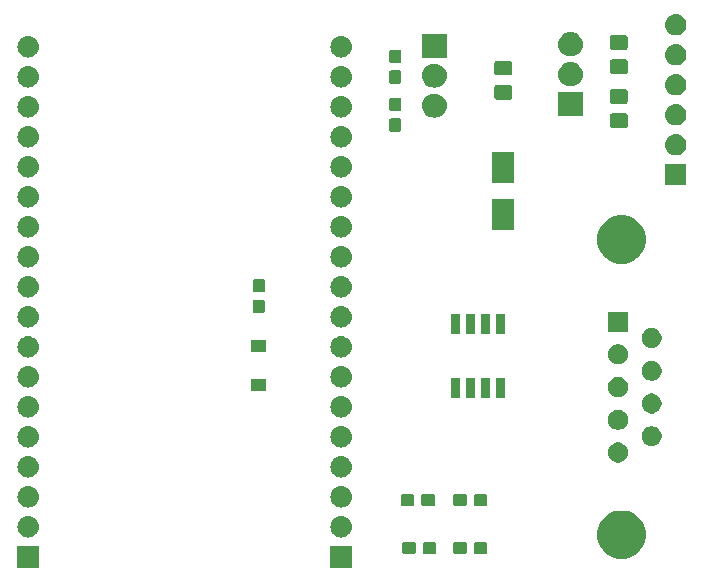
<source format=gbr>
G04 #@! TF.GenerationSoftware,KiCad,Pcbnew,5.1.4+dfsg1-1*
G04 #@! TF.CreationDate,2020-03-04T11:39:30+00:00*
G04 #@! TF.ProjectId,UaElectrex_Phase1,5561456c-6563-4747-9265-785f50686173,V0*
G04 #@! TF.SameCoordinates,Original*
G04 #@! TF.FileFunction,Soldermask,Top*
G04 #@! TF.FilePolarity,Negative*
%FSLAX46Y46*%
G04 Gerber Fmt 4.6, Leading zero omitted, Abs format (unit mm)*
G04 Created by KiCad (PCBNEW 5.1.4+dfsg1-1) date 2020-03-04 11:39:30*
%MOMM*%
%LPD*%
G04 APERTURE LIST*
%ADD10C,0.100000*%
G04 APERTURE END LIST*
D10*
G36*
X154678799Y-118605999D02*
G01*
X152876799Y-118605999D01*
X152876799Y-116803999D01*
X154678799Y-116803999D01*
X154678799Y-118605999D01*
X154678799Y-118605999D01*
G37*
G36*
X128178799Y-118605999D02*
G01*
X126376799Y-118605999D01*
X126376799Y-116803999D01*
X128178799Y-116803999D01*
X128178799Y-118605999D01*
X128178799Y-118605999D01*
G37*
G36*
X178126754Y-113857818D02*
G01*
X178500011Y-114012426D01*
X178500013Y-114012427D01*
X178835936Y-114236884D01*
X179121616Y-114522564D01*
X179319377Y-114818533D01*
X179346074Y-114858489D01*
X179500682Y-115231746D01*
X179579500Y-115627993D01*
X179579500Y-116032007D01*
X179500682Y-116428254D01*
X179428153Y-116603354D01*
X179346073Y-116801513D01*
X179121616Y-117137436D01*
X178835936Y-117423116D01*
X178500013Y-117647573D01*
X178500012Y-117647574D01*
X178500011Y-117647574D01*
X178126754Y-117802182D01*
X177730507Y-117881000D01*
X177326493Y-117881000D01*
X176930246Y-117802182D01*
X176556989Y-117647574D01*
X176556988Y-117647574D01*
X176556987Y-117647573D01*
X176221064Y-117423116D01*
X175935384Y-117137436D01*
X175710927Y-116801513D01*
X175628847Y-116603354D01*
X175556318Y-116428254D01*
X175477500Y-116032007D01*
X175477500Y-115627993D01*
X175556318Y-115231746D01*
X175710926Y-114858489D01*
X175737624Y-114818533D01*
X175935384Y-114522564D01*
X176221064Y-114236884D01*
X176556987Y-114012427D01*
X176556989Y-114012426D01*
X176930246Y-113857818D01*
X177326493Y-113779000D01*
X177730507Y-113779000D01*
X178126754Y-113857818D01*
X178126754Y-113857818D01*
G37*
G36*
X161690499Y-116445445D02*
G01*
X161727995Y-116456820D01*
X161762554Y-116475292D01*
X161792847Y-116500153D01*
X161817708Y-116530446D01*
X161836180Y-116565005D01*
X161847555Y-116602501D01*
X161852000Y-116647638D01*
X161852000Y-117286362D01*
X161847555Y-117331499D01*
X161836180Y-117368995D01*
X161817708Y-117403554D01*
X161792847Y-117433847D01*
X161762554Y-117458708D01*
X161727995Y-117477180D01*
X161690499Y-117488555D01*
X161645362Y-117493000D01*
X160906638Y-117493000D01*
X160861501Y-117488555D01*
X160824005Y-117477180D01*
X160789446Y-117458708D01*
X160759153Y-117433847D01*
X160734292Y-117403554D01*
X160715820Y-117368995D01*
X160704445Y-117331499D01*
X160700000Y-117286362D01*
X160700000Y-116647638D01*
X160704445Y-116602501D01*
X160715820Y-116565005D01*
X160734292Y-116530446D01*
X160759153Y-116500153D01*
X160789446Y-116475292D01*
X160824005Y-116456820D01*
X160861501Y-116445445D01*
X160906638Y-116441000D01*
X161645362Y-116441000D01*
X161690499Y-116445445D01*
X161690499Y-116445445D01*
G37*
G36*
X166008499Y-116445445D02*
G01*
X166045995Y-116456820D01*
X166080554Y-116475292D01*
X166110847Y-116500153D01*
X166135708Y-116530446D01*
X166154180Y-116565005D01*
X166165555Y-116602501D01*
X166170000Y-116647638D01*
X166170000Y-117286362D01*
X166165555Y-117331499D01*
X166154180Y-117368995D01*
X166135708Y-117403554D01*
X166110847Y-117433847D01*
X166080554Y-117458708D01*
X166045995Y-117477180D01*
X166008499Y-117488555D01*
X165963362Y-117493000D01*
X165224638Y-117493000D01*
X165179501Y-117488555D01*
X165142005Y-117477180D01*
X165107446Y-117458708D01*
X165077153Y-117433847D01*
X165052292Y-117403554D01*
X165033820Y-117368995D01*
X165022445Y-117331499D01*
X165018000Y-117286362D01*
X165018000Y-116647638D01*
X165022445Y-116602501D01*
X165033820Y-116565005D01*
X165052292Y-116530446D01*
X165077153Y-116500153D01*
X165107446Y-116475292D01*
X165142005Y-116456820D01*
X165179501Y-116445445D01*
X165224638Y-116441000D01*
X165963362Y-116441000D01*
X166008499Y-116445445D01*
X166008499Y-116445445D01*
G37*
G36*
X159940499Y-116445445D02*
G01*
X159977995Y-116456820D01*
X160012554Y-116475292D01*
X160042847Y-116500153D01*
X160067708Y-116530446D01*
X160086180Y-116565005D01*
X160097555Y-116602501D01*
X160102000Y-116647638D01*
X160102000Y-117286362D01*
X160097555Y-117331499D01*
X160086180Y-117368995D01*
X160067708Y-117403554D01*
X160042847Y-117433847D01*
X160012554Y-117458708D01*
X159977995Y-117477180D01*
X159940499Y-117488555D01*
X159895362Y-117493000D01*
X159156638Y-117493000D01*
X159111501Y-117488555D01*
X159074005Y-117477180D01*
X159039446Y-117458708D01*
X159009153Y-117433847D01*
X158984292Y-117403554D01*
X158965820Y-117368995D01*
X158954445Y-117331499D01*
X158950000Y-117286362D01*
X158950000Y-116647638D01*
X158954445Y-116602501D01*
X158965820Y-116565005D01*
X158984292Y-116530446D01*
X159009153Y-116500153D01*
X159039446Y-116475292D01*
X159074005Y-116456820D01*
X159111501Y-116445445D01*
X159156638Y-116441000D01*
X159895362Y-116441000D01*
X159940499Y-116445445D01*
X159940499Y-116445445D01*
G37*
G36*
X164258499Y-116445445D02*
G01*
X164295995Y-116456820D01*
X164330554Y-116475292D01*
X164360847Y-116500153D01*
X164385708Y-116530446D01*
X164404180Y-116565005D01*
X164415555Y-116602501D01*
X164420000Y-116647638D01*
X164420000Y-117286362D01*
X164415555Y-117331499D01*
X164404180Y-117368995D01*
X164385708Y-117403554D01*
X164360847Y-117433847D01*
X164330554Y-117458708D01*
X164295995Y-117477180D01*
X164258499Y-117488555D01*
X164213362Y-117493000D01*
X163474638Y-117493000D01*
X163429501Y-117488555D01*
X163392005Y-117477180D01*
X163357446Y-117458708D01*
X163327153Y-117433847D01*
X163302292Y-117403554D01*
X163283820Y-117368995D01*
X163272445Y-117331499D01*
X163268000Y-117286362D01*
X163268000Y-116647638D01*
X163272445Y-116602501D01*
X163283820Y-116565005D01*
X163302292Y-116530446D01*
X163327153Y-116500153D01*
X163357446Y-116475292D01*
X163392005Y-116456820D01*
X163429501Y-116445445D01*
X163474638Y-116441000D01*
X164213362Y-116441000D01*
X164258499Y-116445445D01*
X164258499Y-116445445D01*
G37*
G36*
X153888242Y-114270518D02*
G01*
X153954426Y-114277036D01*
X154124265Y-114328556D01*
X154280790Y-114412221D01*
X154316528Y-114441551D01*
X154417985Y-114524813D01*
X154501247Y-114626270D01*
X154530577Y-114662008D01*
X154614242Y-114818533D01*
X154665762Y-114988372D01*
X154683158Y-115164999D01*
X154665762Y-115341626D01*
X154614242Y-115511465D01*
X154530577Y-115667990D01*
X154501247Y-115703728D01*
X154417985Y-115805185D01*
X154316528Y-115888447D01*
X154280790Y-115917777D01*
X154124265Y-116001442D01*
X153954426Y-116052962D01*
X153888241Y-116059481D01*
X153822059Y-116065999D01*
X153733539Y-116065999D01*
X153667357Y-116059481D01*
X153601172Y-116052962D01*
X153431333Y-116001442D01*
X153274808Y-115917777D01*
X153239070Y-115888447D01*
X153137613Y-115805185D01*
X153054351Y-115703728D01*
X153025021Y-115667990D01*
X152941356Y-115511465D01*
X152889836Y-115341626D01*
X152872440Y-115164999D01*
X152889836Y-114988372D01*
X152941356Y-114818533D01*
X153025021Y-114662008D01*
X153054351Y-114626270D01*
X153137613Y-114524813D01*
X153239070Y-114441551D01*
X153274808Y-114412221D01*
X153431333Y-114328556D01*
X153601172Y-114277036D01*
X153667356Y-114270518D01*
X153733539Y-114263999D01*
X153822059Y-114263999D01*
X153888242Y-114270518D01*
X153888242Y-114270518D01*
G37*
G36*
X127388242Y-114270518D02*
G01*
X127454426Y-114277036D01*
X127624265Y-114328556D01*
X127780790Y-114412221D01*
X127816528Y-114441551D01*
X127917985Y-114524813D01*
X128001247Y-114626270D01*
X128030577Y-114662008D01*
X128114242Y-114818533D01*
X128165762Y-114988372D01*
X128183158Y-115164999D01*
X128165762Y-115341626D01*
X128114242Y-115511465D01*
X128030577Y-115667990D01*
X128001247Y-115703728D01*
X127917985Y-115805185D01*
X127816528Y-115888447D01*
X127780790Y-115917777D01*
X127624265Y-116001442D01*
X127454426Y-116052962D01*
X127388241Y-116059481D01*
X127322059Y-116065999D01*
X127233539Y-116065999D01*
X127167357Y-116059481D01*
X127101172Y-116052962D01*
X126931333Y-116001442D01*
X126774808Y-115917777D01*
X126739070Y-115888447D01*
X126637613Y-115805185D01*
X126554351Y-115703728D01*
X126525021Y-115667990D01*
X126441356Y-115511465D01*
X126389836Y-115341626D01*
X126372440Y-115164999D01*
X126389836Y-114988372D01*
X126441356Y-114818533D01*
X126525021Y-114662008D01*
X126554351Y-114626270D01*
X126637613Y-114524813D01*
X126739070Y-114441551D01*
X126774808Y-114412221D01*
X126931333Y-114328556D01*
X127101172Y-114277036D01*
X127167356Y-114270518D01*
X127233539Y-114263999D01*
X127322059Y-114263999D01*
X127388242Y-114270518D01*
X127388242Y-114270518D01*
G37*
G36*
X127388241Y-111730517D02*
G01*
X127454426Y-111737036D01*
X127624265Y-111788556D01*
X127780790Y-111872221D01*
X127816528Y-111901551D01*
X127917985Y-111984813D01*
X128001247Y-112086270D01*
X128030577Y-112122008D01*
X128114242Y-112278533D01*
X128165762Y-112448372D01*
X128183158Y-112624999D01*
X128165762Y-112801626D01*
X128114242Y-112971465D01*
X128030577Y-113127990D01*
X128001247Y-113163728D01*
X127917985Y-113265185D01*
X127827365Y-113339554D01*
X127780790Y-113377777D01*
X127624265Y-113461442D01*
X127454426Y-113512962D01*
X127388242Y-113519480D01*
X127322059Y-113525999D01*
X127233539Y-113525999D01*
X127167356Y-113519480D01*
X127101172Y-113512962D01*
X126931333Y-113461442D01*
X126774808Y-113377777D01*
X126728233Y-113339554D01*
X126637613Y-113265185D01*
X126554351Y-113163728D01*
X126525021Y-113127990D01*
X126441356Y-112971465D01*
X126389836Y-112801626D01*
X126372440Y-112624999D01*
X126389836Y-112448372D01*
X126441356Y-112278533D01*
X126525021Y-112122008D01*
X126554351Y-112086270D01*
X126637613Y-111984813D01*
X126739070Y-111901551D01*
X126774808Y-111872221D01*
X126931333Y-111788556D01*
X127101172Y-111737036D01*
X127167357Y-111730517D01*
X127233539Y-111723999D01*
X127322059Y-111723999D01*
X127388241Y-111730517D01*
X127388241Y-111730517D01*
G37*
G36*
X153888241Y-111730517D02*
G01*
X153954426Y-111737036D01*
X154124265Y-111788556D01*
X154280790Y-111872221D01*
X154316528Y-111901551D01*
X154417985Y-111984813D01*
X154501247Y-112086270D01*
X154530577Y-112122008D01*
X154614242Y-112278533D01*
X154665762Y-112448372D01*
X154683158Y-112624999D01*
X154665762Y-112801626D01*
X154614242Y-112971465D01*
X154530577Y-113127990D01*
X154501247Y-113163728D01*
X154417985Y-113265185D01*
X154327365Y-113339554D01*
X154280790Y-113377777D01*
X154124265Y-113461442D01*
X153954426Y-113512962D01*
X153888242Y-113519480D01*
X153822059Y-113525999D01*
X153733539Y-113525999D01*
X153667356Y-113519480D01*
X153601172Y-113512962D01*
X153431333Y-113461442D01*
X153274808Y-113377777D01*
X153228233Y-113339554D01*
X153137613Y-113265185D01*
X153054351Y-113163728D01*
X153025021Y-113127990D01*
X152941356Y-112971465D01*
X152889836Y-112801626D01*
X152872440Y-112624999D01*
X152889836Y-112448372D01*
X152941356Y-112278533D01*
X153025021Y-112122008D01*
X153054351Y-112086270D01*
X153137613Y-111984813D01*
X153239070Y-111901551D01*
X153274808Y-111872221D01*
X153431333Y-111788556D01*
X153601172Y-111737036D01*
X153667357Y-111730517D01*
X153733539Y-111723999D01*
X153822059Y-111723999D01*
X153888241Y-111730517D01*
X153888241Y-111730517D01*
G37*
G36*
X161563499Y-112381445D02*
G01*
X161600995Y-112392820D01*
X161635554Y-112411292D01*
X161665847Y-112436153D01*
X161690708Y-112466446D01*
X161709180Y-112501005D01*
X161720555Y-112538501D01*
X161725000Y-112583638D01*
X161725000Y-113222362D01*
X161720555Y-113267499D01*
X161709180Y-113304995D01*
X161690708Y-113339554D01*
X161665847Y-113369847D01*
X161635554Y-113394708D01*
X161600995Y-113413180D01*
X161563499Y-113424555D01*
X161518362Y-113429000D01*
X160779638Y-113429000D01*
X160734501Y-113424555D01*
X160697005Y-113413180D01*
X160662446Y-113394708D01*
X160632153Y-113369847D01*
X160607292Y-113339554D01*
X160588820Y-113304995D01*
X160577445Y-113267499D01*
X160573000Y-113222362D01*
X160573000Y-112583638D01*
X160577445Y-112538501D01*
X160588820Y-112501005D01*
X160607292Y-112466446D01*
X160632153Y-112436153D01*
X160662446Y-112411292D01*
X160697005Y-112392820D01*
X160734501Y-112381445D01*
X160779638Y-112377000D01*
X161518362Y-112377000D01*
X161563499Y-112381445D01*
X161563499Y-112381445D01*
G37*
G36*
X159813499Y-112381445D02*
G01*
X159850995Y-112392820D01*
X159885554Y-112411292D01*
X159915847Y-112436153D01*
X159940708Y-112466446D01*
X159959180Y-112501005D01*
X159970555Y-112538501D01*
X159975000Y-112583638D01*
X159975000Y-113222362D01*
X159970555Y-113267499D01*
X159959180Y-113304995D01*
X159940708Y-113339554D01*
X159915847Y-113369847D01*
X159885554Y-113394708D01*
X159850995Y-113413180D01*
X159813499Y-113424555D01*
X159768362Y-113429000D01*
X159029638Y-113429000D01*
X158984501Y-113424555D01*
X158947005Y-113413180D01*
X158912446Y-113394708D01*
X158882153Y-113369847D01*
X158857292Y-113339554D01*
X158838820Y-113304995D01*
X158827445Y-113267499D01*
X158823000Y-113222362D01*
X158823000Y-112583638D01*
X158827445Y-112538501D01*
X158838820Y-112501005D01*
X158857292Y-112466446D01*
X158882153Y-112436153D01*
X158912446Y-112411292D01*
X158947005Y-112392820D01*
X158984501Y-112381445D01*
X159029638Y-112377000D01*
X159768362Y-112377000D01*
X159813499Y-112381445D01*
X159813499Y-112381445D01*
G37*
G36*
X166008499Y-112381445D02*
G01*
X166045995Y-112392820D01*
X166080554Y-112411292D01*
X166110847Y-112436153D01*
X166135708Y-112466446D01*
X166154180Y-112501005D01*
X166165555Y-112538501D01*
X166170000Y-112583638D01*
X166170000Y-113222362D01*
X166165555Y-113267499D01*
X166154180Y-113304995D01*
X166135708Y-113339554D01*
X166110847Y-113369847D01*
X166080554Y-113394708D01*
X166045995Y-113413180D01*
X166008499Y-113424555D01*
X165963362Y-113429000D01*
X165224638Y-113429000D01*
X165179501Y-113424555D01*
X165142005Y-113413180D01*
X165107446Y-113394708D01*
X165077153Y-113369847D01*
X165052292Y-113339554D01*
X165033820Y-113304995D01*
X165022445Y-113267499D01*
X165018000Y-113222362D01*
X165018000Y-112583638D01*
X165022445Y-112538501D01*
X165033820Y-112501005D01*
X165052292Y-112466446D01*
X165077153Y-112436153D01*
X165107446Y-112411292D01*
X165142005Y-112392820D01*
X165179501Y-112381445D01*
X165224638Y-112377000D01*
X165963362Y-112377000D01*
X166008499Y-112381445D01*
X166008499Y-112381445D01*
G37*
G36*
X164258499Y-112381445D02*
G01*
X164295995Y-112392820D01*
X164330554Y-112411292D01*
X164360847Y-112436153D01*
X164385708Y-112466446D01*
X164404180Y-112501005D01*
X164415555Y-112538501D01*
X164420000Y-112583638D01*
X164420000Y-113222362D01*
X164415555Y-113267499D01*
X164404180Y-113304995D01*
X164385708Y-113339554D01*
X164360847Y-113369847D01*
X164330554Y-113394708D01*
X164295995Y-113413180D01*
X164258499Y-113424555D01*
X164213362Y-113429000D01*
X163474638Y-113429000D01*
X163429501Y-113424555D01*
X163392005Y-113413180D01*
X163357446Y-113394708D01*
X163327153Y-113369847D01*
X163302292Y-113339554D01*
X163283820Y-113304995D01*
X163272445Y-113267499D01*
X163268000Y-113222362D01*
X163268000Y-112583638D01*
X163272445Y-112538501D01*
X163283820Y-112501005D01*
X163302292Y-112466446D01*
X163327153Y-112436153D01*
X163357446Y-112411292D01*
X163392005Y-112392820D01*
X163429501Y-112381445D01*
X163474638Y-112377000D01*
X164213362Y-112377000D01*
X164258499Y-112381445D01*
X164258499Y-112381445D01*
G37*
G36*
X127388241Y-109190517D02*
G01*
X127454426Y-109197036D01*
X127624265Y-109248556D01*
X127780790Y-109332221D01*
X127816528Y-109361551D01*
X127917985Y-109444813D01*
X127988728Y-109531015D01*
X128030577Y-109582008D01*
X128114242Y-109738533D01*
X128165762Y-109908372D01*
X128183158Y-110084999D01*
X128165762Y-110261626D01*
X128114242Y-110431465D01*
X128030577Y-110587990D01*
X128001247Y-110623728D01*
X127917985Y-110725185D01*
X127816528Y-110808447D01*
X127780790Y-110837777D01*
X127624265Y-110921442D01*
X127454426Y-110972962D01*
X127388242Y-110979480D01*
X127322059Y-110985999D01*
X127233539Y-110985999D01*
X127167356Y-110979480D01*
X127101172Y-110972962D01*
X126931333Y-110921442D01*
X126774808Y-110837777D01*
X126739070Y-110808447D01*
X126637613Y-110725185D01*
X126554351Y-110623728D01*
X126525021Y-110587990D01*
X126441356Y-110431465D01*
X126389836Y-110261626D01*
X126372440Y-110084999D01*
X126389836Y-109908372D01*
X126441356Y-109738533D01*
X126525021Y-109582008D01*
X126566870Y-109531015D01*
X126637613Y-109444813D01*
X126739070Y-109361551D01*
X126774808Y-109332221D01*
X126931333Y-109248556D01*
X127101172Y-109197036D01*
X127167357Y-109190517D01*
X127233539Y-109183999D01*
X127322059Y-109183999D01*
X127388241Y-109190517D01*
X127388241Y-109190517D01*
G37*
G36*
X153888241Y-109190517D02*
G01*
X153954426Y-109197036D01*
X154124265Y-109248556D01*
X154280790Y-109332221D01*
X154316528Y-109361551D01*
X154417985Y-109444813D01*
X154488728Y-109531015D01*
X154530577Y-109582008D01*
X154614242Y-109738533D01*
X154665762Y-109908372D01*
X154683158Y-110084999D01*
X154665762Y-110261626D01*
X154614242Y-110431465D01*
X154530577Y-110587990D01*
X154501247Y-110623728D01*
X154417985Y-110725185D01*
X154316528Y-110808447D01*
X154280790Y-110837777D01*
X154124265Y-110921442D01*
X153954426Y-110972962D01*
X153888242Y-110979480D01*
X153822059Y-110985999D01*
X153733539Y-110985999D01*
X153667356Y-110979480D01*
X153601172Y-110972962D01*
X153431333Y-110921442D01*
X153274808Y-110837777D01*
X153239070Y-110808447D01*
X153137613Y-110725185D01*
X153054351Y-110623728D01*
X153025021Y-110587990D01*
X152941356Y-110431465D01*
X152889836Y-110261626D01*
X152872440Y-110084999D01*
X152889836Y-109908372D01*
X152941356Y-109738533D01*
X153025021Y-109582008D01*
X153066870Y-109531015D01*
X153137613Y-109444813D01*
X153239070Y-109361551D01*
X153274808Y-109332221D01*
X153431333Y-109248556D01*
X153601172Y-109197036D01*
X153667357Y-109190517D01*
X153733539Y-109183999D01*
X153822059Y-109183999D01*
X153888241Y-109190517D01*
X153888241Y-109190517D01*
G37*
G36*
X177476728Y-108051703D02*
G01*
X177631600Y-108115853D01*
X177770981Y-108208985D01*
X177889515Y-108327519D01*
X177982647Y-108466900D01*
X178046797Y-108621772D01*
X178079500Y-108786184D01*
X178079500Y-108953816D01*
X178046797Y-109118228D01*
X177982647Y-109273100D01*
X177889515Y-109412481D01*
X177770981Y-109531015D01*
X177631600Y-109624147D01*
X177476728Y-109688297D01*
X177312316Y-109721000D01*
X177144684Y-109721000D01*
X176980272Y-109688297D01*
X176825400Y-109624147D01*
X176686019Y-109531015D01*
X176567485Y-109412481D01*
X176474353Y-109273100D01*
X176410203Y-109118228D01*
X176377500Y-108953816D01*
X176377500Y-108786184D01*
X176410203Y-108621772D01*
X176474353Y-108466900D01*
X176567485Y-108327519D01*
X176686019Y-108208985D01*
X176825400Y-108115853D01*
X176980272Y-108051703D01*
X177144684Y-108019000D01*
X177312316Y-108019000D01*
X177476728Y-108051703D01*
X177476728Y-108051703D01*
G37*
G36*
X127388241Y-106650517D02*
G01*
X127454426Y-106657036D01*
X127624265Y-106708556D01*
X127780790Y-106792221D01*
X127816528Y-106821551D01*
X127917985Y-106904813D01*
X128001247Y-107006270D01*
X128030577Y-107042008D01*
X128114242Y-107198533D01*
X128165762Y-107368372D01*
X128183158Y-107544999D01*
X128165762Y-107721626D01*
X128114242Y-107891465D01*
X128030577Y-108047990D01*
X128027528Y-108051705D01*
X127917985Y-108185185D01*
X127816528Y-108268447D01*
X127780790Y-108297777D01*
X127624265Y-108381442D01*
X127454426Y-108432962D01*
X127388241Y-108439481D01*
X127322059Y-108445999D01*
X127233539Y-108445999D01*
X127167357Y-108439481D01*
X127101172Y-108432962D01*
X126931333Y-108381442D01*
X126774808Y-108297777D01*
X126739070Y-108268447D01*
X126637613Y-108185185D01*
X126528070Y-108051705D01*
X126525021Y-108047990D01*
X126441356Y-107891465D01*
X126389836Y-107721626D01*
X126372440Y-107544999D01*
X126389836Y-107368372D01*
X126441356Y-107198533D01*
X126525021Y-107042008D01*
X126554351Y-107006270D01*
X126637613Y-106904813D01*
X126739070Y-106821551D01*
X126774808Y-106792221D01*
X126931333Y-106708556D01*
X127101172Y-106657036D01*
X127167357Y-106650517D01*
X127233539Y-106643999D01*
X127322059Y-106643999D01*
X127388241Y-106650517D01*
X127388241Y-106650517D01*
G37*
G36*
X153888241Y-106650517D02*
G01*
X153954426Y-106657036D01*
X154124265Y-106708556D01*
X154280790Y-106792221D01*
X154316528Y-106821551D01*
X154417985Y-106904813D01*
X154501247Y-107006270D01*
X154530577Y-107042008D01*
X154614242Y-107198533D01*
X154665762Y-107368372D01*
X154683158Y-107544999D01*
X154665762Y-107721626D01*
X154614242Y-107891465D01*
X154530577Y-108047990D01*
X154527528Y-108051705D01*
X154417985Y-108185185D01*
X154316528Y-108268447D01*
X154280790Y-108297777D01*
X154124265Y-108381442D01*
X153954426Y-108432962D01*
X153888241Y-108439481D01*
X153822059Y-108445999D01*
X153733539Y-108445999D01*
X153667357Y-108439481D01*
X153601172Y-108432962D01*
X153431333Y-108381442D01*
X153274808Y-108297777D01*
X153239070Y-108268447D01*
X153137613Y-108185185D01*
X153028070Y-108051705D01*
X153025021Y-108047990D01*
X152941356Y-107891465D01*
X152889836Y-107721626D01*
X152872440Y-107544999D01*
X152889836Y-107368372D01*
X152941356Y-107198533D01*
X153025021Y-107042008D01*
X153054351Y-107006270D01*
X153137613Y-106904813D01*
X153239070Y-106821551D01*
X153274808Y-106792221D01*
X153431333Y-106708556D01*
X153601172Y-106657036D01*
X153667357Y-106650517D01*
X153733539Y-106643999D01*
X153822059Y-106643999D01*
X153888241Y-106650517D01*
X153888241Y-106650517D01*
G37*
G36*
X180316728Y-106666703D02*
G01*
X180471600Y-106730853D01*
X180610981Y-106823985D01*
X180729515Y-106942519D01*
X180822647Y-107081900D01*
X180886797Y-107236772D01*
X180919500Y-107401184D01*
X180919500Y-107568816D01*
X180886797Y-107733228D01*
X180822647Y-107888100D01*
X180729515Y-108027481D01*
X180610981Y-108146015D01*
X180471600Y-108239147D01*
X180316728Y-108303297D01*
X180152316Y-108336000D01*
X179984684Y-108336000D01*
X179820272Y-108303297D01*
X179665400Y-108239147D01*
X179526019Y-108146015D01*
X179407485Y-108027481D01*
X179314353Y-107888100D01*
X179250203Y-107733228D01*
X179217500Y-107568816D01*
X179217500Y-107401184D01*
X179250203Y-107236772D01*
X179314353Y-107081900D01*
X179407485Y-106942519D01*
X179526019Y-106823985D01*
X179665400Y-106730853D01*
X179820272Y-106666703D01*
X179984684Y-106634000D01*
X180152316Y-106634000D01*
X180316728Y-106666703D01*
X180316728Y-106666703D01*
G37*
G36*
X177476728Y-105281703D02*
G01*
X177631600Y-105345853D01*
X177770981Y-105438985D01*
X177889515Y-105557519D01*
X177982647Y-105696900D01*
X178046797Y-105851772D01*
X178079500Y-106016184D01*
X178079500Y-106183816D01*
X178046797Y-106348228D01*
X177982647Y-106503100D01*
X177889515Y-106642481D01*
X177770981Y-106761015D01*
X177631600Y-106854147D01*
X177476728Y-106918297D01*
X177312316Y-106951000D01*
X177144684Y-106951000D01*
X176980272Y-106918297D01*
X176825400Y-106854147D01*
X176686019Y-106761015D01*
X176567485Y-106642481D01*
X176474353Y-106503100D01*
X176410203Y-106348228D01*
X176377500Y-106183816D01*
X176377500Y-106016184D01*
X176410203Y-105851772D01*
X176474353Y-105696900D01*
X176567485Y-105557519D01*
X176686019Y-105438985D01*
X176825400Y-105345853D01*
X176980272Y-105281703D01*
X177144684Y-105249000D01*
X177312316Y-105249000D01*
X177476728Y-105281703D01*
X177476728Y-105281703D01*
G37*
G36*
X127388242Y-104110518D02*
G01*
X127454426Y-104117036D01*
X127624265Y-104168556D01*
X127780790Y-104252221D01*
X127792949Y-104262200D01*
X127917985Y-104364813D01*
X128001247Y-104466270D01*
X128030577Y-104502008D01*
X128114242Y-104658533D01*
X128165762Y-104828372D01*
X128183158Y-105004999D01*
X128165762Y-105181626D01*
X128114242Y-105351465D01*
X128030577Y-105507990D01*
X128009808Y-105533297D01*
X127917985Y-105645185D01*
X127816528Y-105728447D01*
X127780790Y-105757777D01*
X127624265Y-105841442D01*
X127454426Y-105892962D01*
X127388241Y-105899481D01*
X127322059Y-105905999D01*
X127233539Y-105905999D01*
X127167357Y-105899481D01*
X127101172Y-105892962D01*
X126931333Y-105841442D01*
X126774808Y-105757777D01*
X126739070Y-105728447D01*
X126637613Y-105645185D01*
X126545790Y-105533297D01*
X126525021Y-105507990D01*
X126441356Y-105351465D01*
X126389836Y-105181626D01*
X126372440Y-105004999D01*
X126389836Y-104828372D01*
X126441356Y-104658533D01*
X126525021Y-104502008D01*
X126554351Y-104466270D01*
X126637613Y-104364813D01*
X126762649Y-104262200D01*
X126774808Y-104252221D01*
X126931333Y-104168556D01*
X127101172Y-104117036D01*
X127167356Y-104110518D01*
X127233539Y-104103999D01*
X127322059Y-104103999D01*
X127388242Y-104110518D01*
X127388242Y-104110518D01*
G37*
G36*
X153888242Y-104110518D02*
G01*
X153954426Y-104117036D01*
X154124265Y-104168556D01*
X154280790Y-104252221D01*
X154292949Y-104262200D01*
X154417985Y-104364813D01*
X154501247Y-104466270D01*
X154530577Y-104502008D01*
X154614242Y-104658533D01*
X154665762Y-104828372D01*
X154683158Y-105004999D01*
X154665762Y-105181626D01*
X154614242Y-105351465D01*
X154530577Y-105507990D01*
X154509808Y-105533297D01*
X154417985Y-105645185D01*
X154316528Y-105728447D01*
X154280790Y-105757777D01*
X154124265Y-105841442D01*
X153954426Y-105892962D01*
X153888241Y-105899481D01*
X153822059Y-105905999D01*
X153733539Y-105905999D01*
X153667357Y-105899481D01*
X153601172Y-105892962D01*
X153431333Y-105841442D01*
X153274808Y-105757777D01*
X153239070Y-105728447D01*
X153137613Y-105645185D01*
X153045790Y-105533297D01*
X153025021Y-105507990D01*
X152941356Y-105351465D01*
X152889836Y-105181626D01*
X152872440Y-105004999D01*
X152889836Y-104828372D01*
X152941356Y-104658533D01*
X153025021Y-104502008D01*
X153054351Y-104466270D01*
X153137613Y-104364813D01*
X153262649Y-104262200D01*
X153274808Y-104252221D01*
X153431333Y-104168556D01*
X153601172Y-104117036D01*
X153667356Y-104110518D01*
X153733539Y-104103999D01*
X153822059Y-104103999D01*
X153888242Y-104110518D01*
X153888242Y-104110518D01*
G37*
G36*
X180316728Y-103896703D02*
G01*
X180471600Y-103960853D01*
X180610981Y-104053985D01*
X180729515Y-104172519D01*
X180822647Y-104311900D01*
X180886797Y-104466772D01*
X180919500Y-104631184D01*
X180919500Y-104798816D01*
X180886797Y-104963228D01*
X180822647Y-105118100D01*
X180729515Y-105257481D01*
X180610981Y-105376015D01*
X180471600Y-105469147D01*
X180316728Y-105533297D01*
X180152316Y-105566000D01*
X179984684Y-105566000D01*
X179820272Y-105533297D01*
X179665400Y-105469147D01*
X179526019Y-105376015D01*
X179407485Y-105257481D01*
X179314353Y-105118100D01*
X179250203Y-104963228D01*
X179217500Y-104798816D01*
X179217500Y-104631184D01*
X179250203Y-104466772D01*
X179314353Y-104311900D01*
X179407485Y-104172519D01*
X179526019Y-104053985D01*
X179665400Y-103960853D01*
X179820272Y-103896703D01*
X179984684Y-103864000D01*
X180152316Y-103864000D01*
X180316728Y-103896703D01*
X180316728Y-103896703D01*
G37*
G36*
X163825200Y-104262200D02*
G01*
X163072800Y-104262200D01*
X163072800Y-102559800D01*
X163825200Y-102559800D01*
X163825200Y-104262200D01*
X163825200Y-104262200D01*
G37*
G36*
X165095200Y-104262200D02*
G01*
X164342800Y-104262200D01*
X164342800Y-102559800D01*
X165095200Y-102559800D01*
X165095200Y-104262200D01*
X165095200Y-104262200D01*
G37*
G36*
X166365200Y-104262200D02*
G01*
X165612800Y-104262200D01*
X165612800Y-102559800D01*
X166365200Y-102559800D01*
X166365200Y-104262200D01*
X166365200Y-104262200D01*
G37*
G36*
X167635200Y-104262200D02*
G01*
X166882800Y-104262200D01*
X166882800Y-102559800D01*
X167635200Y-102559800D01*
X167635200Y-104262200D01*
X167635200Y-104262200D01*
G37*
G36*
X177476728Y-102511703D02*
G01*
X177631600Y-102575853D01*
X177770981Y-102668985D01*
X177889515Y-102787519D01*
X177982647Y-102926900D01*
X178046797Y-103081772D01*
X178079500Y-103246184D01*
X178079500Y-103413816D01*
X178046797Y-103578228D01*
X177982647Y-103733100D01*
X177889515Y-103872481D01*
X177770981Y-103991015D01*
X177631600Y-104084147D01*
X177476728Y-104148297D01*
X177312316Y-104181000D01*
X177144684Y-104181000D01*
X176980272Y-104148297D01*
X176825400Y-104084147D01*
X176686019Y-103991015D01*
X176567485Y-103872481D01*
X176474353Y-103733100D01*
X176410203Y-103578228D01*
X176377500Y-103413816D01*
X176377500Y-103246184D01*
X176410203Y-103081772D01*
X176474353Y-102926900D01*
X176567485Y-102787519D01*
X176686019Y-102668985D01*
X176825400Y-102575853D01*
X176980272Y-102511703D01*
X177144684Y-102479000D01*
X177312316Y-102479000D01*
X177476728Y-102511703D01*
X177476728Y-102511703D01*
G37*
G36*
X147463000Y-103624000D02*
G01*
X146161000Y-103624000D01*
X146161000Y-102622000D01*
X147463000Y-102622000D01*
X147463000Y-103624000D01*
X147463000Y-103624000D01*
G37*
G36*
X127388242Y-101570518D02*
G01*
X127454426Y-101577036D01*
X127624265Y-101628556D01*
X127780790Y-101712221D01*
X127816528Y-101741551D01*
X127917985Y-101824813D01*
X128001247Y-101926270D01*
X128030577Y-101962008D01*
X128114242Y-102118533D01*
X128165762Y-102288372D01*
X128183158Y-102464999D01*
X128165762Y-102641626D01*
X128114242Y-102811465D01*
X128030577Y-102967990D01*
X128001247Y-103003728D01*
X127917985Y-103105185D01*
X127816528Y-103188447D01*
X127780790Y-103217777D01*
X127624265Y-103301442D01*
X127454426Y-103352962D01*
X127388242Y-103359480D01*
X127322059Y-103365999D01*
X127233539Y-103365999D01*
X127167356Y-103359480D01*
X127101172Y-103352962D01*
X126931333Y-103301442D01*
X126774808Y-103217777D01*
X126739070Y-103188447D01*
X126637613Y-103105185D01*
X126554351Y-103003728D01*
X126525021Y-102967990D01*
X126441356Y-102811465D01*
X126389836Y-102641626D01*
X126372440Y-102464999D01*
X126389836Y-102288372D01*
X126441356Y-102118533D01*
X126525021Y-101962008D01*
X126554351Y-101926270D01*
X126637613Y-101824813D01*
X126739070Y-101741551D01*
X126774808Y-101712221D01*
X126931333Y-101628556D01*
X127101172Y-101577036D01*
X127167357Y-101570517D01*
X127233539Y-101563999D01*
X127322059Y-101563999D01*
X127388242Y-101570518D01*
X127388242Y-101570518D01*
G37*
G36*
X153888242Y-101570518D02*
G01*
X153954426Y-101577036D01*
X154124265Y-101628556D01*
X154280790Y-101712221D01*
X154316528Y-101741551D01*
X154417985Y-101824813D01*
X154501247Y-101926270D01*
X154530577Y-101962008D01*
X154614242Y-102118533D01*
X154665762Y-102288372D01*
X154683158Y-102464999D01*
X154665762Y-102641626D01*
X154614242Y-102811465D01*
X154530577Y-102967990D01*
X154501247Y-103003728D01*
X154417985Y-103105185D01*
X154316528Y-103188447D01*
X154280790Y-103217777D01*
X154124265Y-103301442D01*
X153954426Y-103352962D01*
X153888242Y-103359480D01*
X153822059Y-103365999D01*
X153733539Y-103365999D01*
X153667356Y-103359480D01*
X153601172Y-103352962D01*
X153431333Y-103301442D01*
X153274808Y-103217777D01*
X153239070Y-103188447D01*
X153137613Y-103105185D01*
X153054351Y-103003728D01*
X153025021Y-102967990D01*
X152941356Y-102811465D01*
X152889836Y-102641626D01*
X152872440Y-102464999D01*
X152889836Y-102288372D01*
X152941356Y-102118533D01*
X153025021Y-101962008D01*
X153054351Y-101926270D01*
X153137613Y-101824813D01*
X153239070Y-101741551D01*
X153274808Y-101712221D01*
X153431333Y-101628556D01*
X153601172Y-101577036D01*
X153667357Y-101570517D01*
X153733539Y-101563999D01*
X153822059Y-101563999D01*
X153888242Y-101570518D01*
X153888242Y-101570518D01*
G37*
G36*
X180316728Y-101126703D02*
G01*
X180471600Y-101190853D01*
X180610981Y-101283985D01*
X180729515Y-101402519D01*
X180822647Y-101541900D01*
X180886797Y-101696772D01*
X180919500Y-101861184D01*
X180919500Y-102028816D01*
X180886797Y-102193228D01*
X180822647Y-102348100D01*
X180729515Y-102487481D01*
X180610981Y-102606015D01*
X180471600Y-102699147D01*
X180316728Y-102763297D01*
X180152316Y-102796000D01*
X179984684Y-102796000D01*
X179820272Y-102763297D01*
X179665400Y-102699147D01*
X179526019Y-102606015D01*
X179407485Y-102487481D01*
X179314353Y-102348100D01*
X179250203Y-102193228D01*
X179217500Y-102028816D01*
X179217500Y-101861184D01*
X179250203Y-101696772D01*
X179314353Y-101541900D01*
X179407485Y-101402519D01*
X179526019Y-101283985D01*
X179665400Y-101190853D01*
X179820272Y-101126703D01*
X179984684Y-101094000D01*
X180152316Y-101094000D01*
X180316728Y-101126703D01*
X180316728Y-101126703D01*
G37*
G36*
X177476728Y-99741703D02*
G01*
X177631600Y-99805853D01*
X177770981Y-99898985D01*
X177889515Y-100017519D01*
X177982647Y-100156900D01*
X178046797Y-100311772D01*
X178079500Y-100476184D01*
X178079500Y-100643816D01*
X178046797Y-100808228D01*
X177982647Y-100963100D01*
X177889515Y-101102481D01*
X177770981Y-101221015D01*
X177631600Y-101314147D01*
X177476728Y-101378297D01*
X177312316Y-101411000D01*
X177144684Y-101411000D01*
X176980272Y-101378297D01*
X176825400Y-101314147D01*
X176686019Y-101221015D01*
X176567485Y-101102481D01*
X176474353Y-100963100D01*
X176410203Y-100808228D01*
X176377500Y-100643816D01*
X176377500Y-100476184D01*
X176410203Y-100311772D01*
X176474353Y-100156900D01*
X176567485Y-100017519D01*
X176686019Y-99898985D01*
X176825400Y-99805853D01*
X176980272Y-99741703D01*
X177144684Y-99709000D01*
X177312316Y-99709000D01*
X177476728Y-99741703D01*
X177476728Y-99741703D01*
G37*
G36*
X127388242Y-99030518D02*
G01*
X127454426Y-99037036D01*
X127624265Y-99088556D01*
X127624267Y-99088557D01*
X127702527Y-99130388D01*
X127780790Y-99172221D01*
X127816528Y-99201551D01*
X127917985Y-99284813D01*
X128001247Y-99386270D01*
X128030577Y-99422008D01*
X128114242Y-99578533D01*
X128165762Y-99748372D01*
X128183158Y-99924999D01*
X128165762Y-100101626D01*
X128114242Y-100271465D01*
X128030577Y-100427990D01*
X128001247Y-100463728D01*
X127917985Y-100565185D01*
X127822173Y-100643815D01*
X127780790Y-100677777D01*
X127624265Y-100761442D01*
X127454426Y-100812962D01*
X127388242Y-100819480D01*
X127322059Y-100825999D01*
X127233539Y-100825999D01*
X127167356Y-100819480D01*
X127101172Y-100812962D01*
X126931333Y-100761442D01*
X126774808Y-100677777D01*
X126733425Y-100643815D01*
X126637613Y-100565185D01*
X126554351Y-100463728D01*
X126525021Y-100427990D01*
X126441356Y-100271465D01*
X126389836Y-100101626D01*
X126372440Y-99924999D01*
X126389836Y-99748372D01*
X126441356Y-99578533D01*
X126525021Y-99422008D01*
X126554351Y-99386270D01*
X126637613Y-99284813D01*
X126739070Y-99201551D01*
X126774808Y-99172221D01*
X126853071Y-99130388D01*
X126931331Y-99088557D01*
X126931333Y-99088556D01*
X127101172Y-99037036D01*
X127167357Y-99030517D01*
X127233539Y-99023999D01*
X127322059Y-99023999D01*
X127388242Y-99030518D01*
X127388242Y-99030518D01*
G37*
G36*
X153888242Y-99030518D02*
G01*
X153954426Y-99037036D01*
X154124265Y-99088556D01*
X154124267Y-99088557D01*
X154202527Y-99130388D01*
X154280790Y-99172221D01*
X154316528Y-99201551D01*
X154417985Y-99284813D01*
X154501247Y-99386270D01*
X154530577Y-99422008D01*
X154614242Y-99578533D01*
X154665762Y-99748372D01*
X154683158Y-99924999D01*
X154665762Y-100101626D01*
X154614242Y-100271465D01*
X154530577Y-100427990D01*
X154501247Y-100463728D01*
X154417985Y-100565185D01*
X154322173Y-100643815D01*
X154280790Y-100677777D01*
X154124265Y-100761442D01*
X153954426Y-100812962D01*
X153888242Y-100819480D01*
X153822059Y-100825999D01*
X153733539Y-100825999D01*
X153667356Y-100819480D01*
X153601172Y-100812962D01*
X153431333Y-100761442D01*
X153274808Y-100677777D01*
X153233425Y-100643815D01*
X153137613Y-100565185D01*
X153054351Y-100463728D01*
X153025021Y-100427990D01*
X152941356Y-100271465D01*
X152889836Y-100101626D01*
X152872440Y-99924999D01*
X152889836Y-99748372D01*
X152941356Y-99578533D01*
X153025021Y-99422008D01*
X153054351Y-99386270D01*
X153137613Y-99284813D01*
X153239070Y-99201551D01*
X153274808Y-99172221D01*
X153353071Y-99130388D01*
X153431331Y-99088557D01*
X153431333Y-99088556D01*
X153601172Y-99037036D01*
X153667357Y-99030517D01*
X153733539Y-99023999D01*
X153822059Y-99023999D01*
X153888242Y-99030518D01*
X153888242Y-99030518D01*
G37*
G36*
X147463000Y-100324000D02*
G01*
X146161000Y-100324000D01*
X146161000Y-99322000D01*
X147463000Y-99322000D01*
X147463000Y-100324000D01*
X147463000Y-100324000D01*
G37*
G36*
X180316728Y-98356703D02*
G01*
X180471600Y-98420853D01*
X180610981Y-98513985D01*
X180729515Y-98632519D01*
X180822647Y-98771900D01*
X180886797Y-98926772D01*
X180919500Y-99091184D01*
X180919500Y-99258816D01*
X180886797Y-99423228D01*
X180822647Y-99578100D01*
X180729515Y-99717481D01*
X180610981Y-99836015D01*
X180471600Y-99929147D01*
X180316728Y-99993297D01*
X180152316Y-100026000D01*
X179984684Y-100026000D01*
X179820272Y-99993297D01*
X179665400Y-99929147D01*
X179526019Y-99836015D01*
X179407485Y-99717481D01*
X179314353Y-99578100D01*
X179250203Y-99423228D01*
X179217500Y-99258816D01*
X179217500Y-99091184D01*
X179250203Y-98926772D01*
X179314353Y-98771900D01*
X179407485Y-98632519D01*
X179526019Y-98513985D01*
X179665400Y-98420853D01*
X179820272Y-98356703D01*
X179984684Y-98324000D01*
X180152316Y-98324000D01*
X180316728Y-98356703D01*
X180316728Y-98356703D01*
G37*
G36*
X166365200Y-98862200D02*
G01*
X165612800Y-98862200D01*
X165612800Y-97159800D01*
X166365200Y-97159800D01*
X166365200Y-98862200D01*
X166365200Y-98862200D01*
G37*
G36*
X165095200Y-98862200D02*
G01*
X164342800Y-98862200D01*
X164342800Y-97159800D01*
X165095200Y-97159800D01*
X165095200Y-98862200D01*
X165095200Y-98862200D01*
G37*
G36*
X167635200Y-98862200D02*
G01*
X166882800Y-98862200D01*
X166882800Y-97159800D01*
X167635200Y-97159800D01*
X167635200Y-98862200D01*
X167635200Y-98862200D01*
G37*
G36*
X163825200Y-98862200D02*
G01*
X163072800Y-98862200D01*
X163072800Y-97159800D01*
X163825200Y-97159800D01*
X163825200Y-98862200D01*
X163825200Y-98862200D01*
G37*
G36*
X178079500Y-98641000D02*
G01*
X176377500Y-98641000D01*
X176377500Y-96939000D01*
X178079500Y-96939000D01*
X178079500Y-98641000D01*
X178079500Y-98641000D01*
G37*
G36*
X153888241Y-96490517D02*
G01*
X153954426Y-96497036D01*
X154124265Y-96548556D01*
X154280790Y-96632221D01*
X154316528Y-96661551D01*
X154417985Y-96744813D01*
X154467378Y-96805000D01*
X154530577Y-96882008D01*
X154614242Y-97038533D01*
X154665762Y-97208372D01*
X154683158Y-97384999D01*
X154665762Y-97561626D01*
X154614242Y-97731465D01*
X154530577Y-97887990D01*
X154501247Y-97923728D01*
X154417985Y-98025185D01*
X154316528Y-98108447D01*
X154280790Y-98137777D01*
X154124265Y-98221442D01*
X153954426Y-98272962D01*
X153888241Y-98279481D01*
X153822059Y-98285999D01*
X153733539Y-98285999D01*
X153667357Y-98279481D01*
X153601172Y-98272962D01*
X153431333Y-98221442D01*
X153274808Y-98137777D01*
X153239070Y-98108447D01*
X153137613Y-98025185D01*
X153054351Y-97923728D01*
X153025021Y-97887990D01*
X152941356Y-97731465D01*
X152889836Y-97561626D01*
X152872440Y-97384999D01*
X152889836Y-97208372D01*
X152941356Y-97038533D01*
X153025021Y-96882008D01*
X153088220Y-96805000D01*
X153137613Y-96744813D01*
X153239070Y-96661551D01*
X153274808Y-96632221D01*
X153431333Y-96548556D01*
X153601172Y-96497036D01*
X153667357Y-96490517D01*
X153733539Y-96483999D01*
X153822059Y-96483999D01*
X153888241Y-96490517D01*
X153888241Y-96490517D01*
G37*
G36*
X127388241Y-96490517D02*
G01*
X127454426Y-96497036D01*
X127624265Y-96548556D01*
X127780790Y-96632221D01*
X127816528Y-96661551D01*
X127917985Y-96744813D01*
X127967378Y-96805000D01*
X128030577Y-96882008D01*
X128114242Y-97038533D01*
X128165762Y-97208372D01*
X128183158Y-97384999D01*
X128165762Y-97561626D01*
X128114242Y-97731465D01*
X128030577Y-97887990D01*
X128001247Y-97923728D01*
X127917985Y-98025185D01*
X127816528Y-98108447D01*
X127780790Y-98137777D01*
X127624265Y-98221442D01*
X127454426Y-98272962D01*
X127388241Y-98279481D01*
X127322059Y-98285999D01*
X127233539Y-98285999D01*
X127167357Y-98279481D01*
X127101172Y-98272962D01*
X126931333Y-98221442D01*
X126774808Y-98137777D01*
X126739070Y-98108447D01*
X126637613Y-98025185D01*
X126554351Y-97923728D01*
X126525021Y-97887990D01*
X126441356Y-97731465D01*
X126389836Y-97561626D01*
X126372440Y-97384999D01*
X126389836Y-97208372D01*
X126441356Y-97038533D01*
X126525021Y-96882008D01*
X126588220Y-96805000D01*
X126637613Y-96744813D01*
X126739070Y-96661551D01*
X126774808Y-96632221D01*
X126931333Y-96548556D01*
X127101172Y-96497036D01*
X127167357Y-96490517D01*
X127233539Y-96483999D01*
X127322059Y-96483999D01*
X127388241Y-96490517D01*
X127388241Y-96490517D01*
G37*
G36*
X147176499Y-95920445D02*
G01*
X147213995Y-95931820D01*
X147248554Y-95950292D01*
X147278847Y-95975153D01*
X147303708Y-96005446D01*
X147322180Y-96040005D01*
X147333555Y-96077501D01*
X147338000Y-96122638D01*
X147338000Y-96861362D01*
X147333555Y-96906499D01*
X147322180Y-96943995D01*
X147303708Y-96978554D01*
X147278847Y-97008847D01*
X147248554Y-97033708D01*
X147213995Y-97052180D01*
X147176499Y-97063555D01*
X147131362Y-97068000D01*
X146492638Y-97068000D01*
X146447501Y-97063555D01*
X146410005Y-97052180D01*
X146375446Y-97033708D01*
X146345153Y-97008847D01*
X146320292Y-96978554D01*
X146301820Y-96943995D01*
X146290445Y-96906499D01*
X146286000Y-96861362D01*
X146286000Y-96122638D01*
X146290445Y-96077501D01*
X146301820Y-96040005D01*
X146320292Y-96005446D01*
X146345153Y-95975153D01*
X146375446Y-95950292D01*
X146410005Y-95931820D01*
X146447501Y-95920445D01*
X146492638Y-95916000D01*
X147131362Y-95916000D01*
X147176499Y-95920445D01*
X147176499Y-95920445D01*
G37*
G36*
X153888242Y-93950518D02*
G01*
X153954426Y-93957036D01*
X154124265Y-94008556D01*
X154280790Y-94092221D01*
X154316528Y-94121551D01*
X154417985Y-94204813D01*
X154482056Y-94282885D01*
X154530577Y-94342008D01*
X154614242Y-94498533D01*
X154665762Y-94668372D01*
X154683158Y-94844999D01*
X154665762Y-95021626D01*
X154614242Y-95191465D01*
X154530577Y-95347990D01*
X154501247Y-95383728D01*
X154417985Y-95485185D01*
X154316528Y-95568447D01*
X154280790Y-95597777D01*
X154124265Y-95681442D01*
X153954426Y-95732962D01*
X153888241Y-95739481D01*
X153822059Y-95745999D01*
X153733539Y-95745999D01*
X153667357Y-95739481D01*
X153601172Y-95732962D01*
X153431333Y-95681442D01*
X153274808Y-95597777D01*
X153239070Y-95568447D01*
X153137613Y-95485185D01*
X153054351Y-95383728D01*
X153025021Y-95347990D01*
X152941356Y-95191465D01*
X152889836Y-95021626D01*
X152872440Y-94844999D01*
X152889836Y-94668372D01*
X152941356Y-94498533D01*
X153025021Y-94342008D01*
X153073542Y-94282885D01*
X153137613Y-94204813D01*
X153239070Y-94121551D01*
X153274808Y-94092221D01*
X153431333Y-94008556D01*
X153601172Y-93957036D01*
X153667356Y-93950518D01*
X153733539Y-93943999D01*
X153822059Y-93943999D01*
X153888242Y-93950518D01*
X153888242Y-93950518D01*
G37*
G36*
X127388242Y-93950518D02*
G01*
X127454426Y-93957036D01*
X127624265Y-94008556D01*
X127780790Y-94092221D01*
X127816528Y-94121551D01*
X127917985Y-94204813D01*
X127982056Y-94282885D01*
X128030577Y-94342008D01*
X128114242Y-94498533D01*
X128165762Y-94668372D01*
X128183158Y-94844999D01*
X128165762Y-95021626D01*
X128114242Y-95191465D01*
X128030577Y-95347990D01*
X128001247Y-95383728D01*
X127917985Y-95485185D01*
X127816528Y-95568447D01*
X127780790Y-95597777D01*
X127624265Y-95681442D01*
X127454426Y-95732962D01*
X127388241Y-95739481D01*
X127322059Y-95745999D01*
X127233539Y-95745999D01*
X127167357Y-95739481D01*
X127101172Y-95732962D01*
X126931333Y-95681442D01*
X126774808Y-95597777D01*
X126739070Y-95568447D01*
X126637613Y-95485185D01*
X126554351Y-95383728D01*
X126525021Y-95347990D01*
X126441356Y-95191465D01*
X126389836Y-95021626D01*
X126372440Y-94844999D01*
X126389836Y-94668372D01*
X126441356Y-94498533D01*
X126525021Y-94342008D01*
X126573542Y-94282885D01*
X126637613Y-94204813D01*
X126739070Y-94121551D01*
X126774808Y-94092221D01*
X126931333Y-94008556D01*
X127101172Y-93957036D01*
X127167356Y-93950518D01*
X127233539Y-93943999D01*
X127322059Y-93943999D01*
X127388242Y-93950518D01*
X127388242Y-93950518D01*
G37*
G36*
X147176499Y-94170445D02*
G01*
X147213995Y-94181820D01*
X147248554Y-94200292D01*
X147278847Y-94225153D01*
X147303708Y-94255446D01*
X147322180Y-94290005D01*
X147333555Y-94327501D01*
X147338000Y-94372638D01*
X147338000Y-95111362D01*
X147333555Y-95156499D01*
X147322180Y-95193995D01*
X147303708Y-95228554D01*
X147278847Y-95258847D01*
X147248554Y-95283708D01*
X147213995Y-95302180D01*
X147176499Y-95313555D01*
X147131362Y-95318000D01*
X146492638Y-95318000D01*
X146447501Y-95313555D01*
X146410005Y-95302180D01*
X146375446Y-95283708D01*
X146345153Y-95258847D01*
X146320292Y-95228554D01*
X146301820Y-95193995D01*
X146290445Y-95156499D01*
X146286000Y-95111362D01*
X146286000Y-94372638D01*
X146290445Y-94327501D01*
X146301820Y-94290005D01*
X146320292Y-94255446D01*
X146345153Y-94225153D01*
X146375446Y-94200292D01*
X146410005Y-94181820D01*
X146447501Y-94170445D01*
X146492638Y-94166000D01*
X147131362Y-94166000D01*
X147176499Y-94170445D01*
X147176499Y-94170445D01*
G37*
G36*
X127388241Y-91410517D02*
G01*
X127454426Y-91417036D01*
X127624265Y-91468556D01*
X127780790Y-91552221D01*
X127816528Y-91581551D01*
X127917985Y-91664813D01*
X128001247Y-91766270D01*
X128030577Y-91802008D01*
X128114242Y-91958533D01*
X128165762Y-92128372D01*
X128183158Y-92304999D01*
X128165762Y-92481626D01*
X128114242Y-92651465D01*
X128030577Y-92807990D01*
X128001247Y-92843728D01*
X127917985Y-92945185D01*
X127816528Y-93028447D01*
X127780790Y-93057777D01*
X127624265Y-93141442D01*
X127454426Y-93192962D01*
X127388242Y-93199480D01*
X127322059Y-93205999D01*
X127233539Y-93205999D01*
X127167356Y-93199480D01*
X127101172Y-93192962D01*
X126931333Y-93141442D01*
X126774808Y-93057777D01*
X126739070Y-93028447D01*
X126637613Y-92945185D01*
X126554351Y-92843728D01*
X126525021Y-92807990D01*
X126441356Y-92651465D01*
X126389836Y-92481626D01*
X126372440Y-92304999D01*
X126389836Y-92128372D01*
X126441356Y-91958533D01*
X126525021Y-91802008D01*
X126554351Y-91766270D01*
X126637613Y-91664813D01*
X126739070Y-91581551D01*
X126774808Y-91552221D01*
X126931333Y-91468556D01*
X127101172Y-91417036D01*
X127167357Y-91410517D01*
X127233539Y-91403999D01*
X127322059Y-91403999D01*
X127388241Y-91410517D01*
X127388241Y-91410517D01*
G37*
G36*
X153888241Y-91410517D02*
G01*
X153954426Y-91417036D01*
X154124265Y-91468556D01*
X154280790Y-91552221D01*
X154316528Y-91581551D01*
X154417985Y-91664813D01*
X154501247Y-91766270D01*
X154530577Y-91802008D01*
X154614242Y-91958533D01*
X154665762Y-92128372D01*
X154683158Y-92304999D01*
X154665762Y-92481626D01*
X154614242Y-92651465D01*
X154530577Y-92807990D01*
X154501247Y-92843728D01*
X154417985Y-92945185D01*
X154316528Y-93028447D01*
X154280790Y-93057777D01*
X154124265Y-93141442D01*
X153954426Y-93192962D01*
X153888241Y-93199481D01*
X153822059Y-93205999D01*
X153733539Y-93205999D01*
X153667356Y-93199480D01*
X153601172Y-93192962D01*
X153431333Y-93141442D01*
X153274808Y-93057777D01*
X153239070Y-93028447D01*
X153137613Y-92945185D01*
X153054351Y-92843728D01*
X153025021Y-92807990D01*
X152941356Y-92651465D01*
X152889836Y-92481626D01*
X152872440Y-92304999D01*
X152889836Y-92128372D01*
X152941356Y-91958533D01*
X153025021Y-91802008D01*
X153054351Y-91766270D01*
X153137613Y-91664813D01*
X153239070Y-91581551D01*
X153274808Y-91552221D01*
X153431333Y-91468556D01*
X153601172Y-91417036D01*
X153667357Y-91410517D01*
X153733539Y-91403999D01*
X153822059Y-91403999D01*
X153888241Y-91410517D01*
X153888241Y-91410517D01*
G37*
G36*
X178126754Y-88857818D02*
G01*
X178499516Y-89012221D01*
X178500013Y-89012427D01*
X178835936Y-89236884D01*
X179121616Y-89522564D01*
X179346074Y-89858489D01*
X179500682Y-90231746D01*
X179579500Y-90627993D01*
X179579500Y-91032007D01*
X179500682Y-91428254D01*
X179346074Y-91801511D01*
X179346073Y-91801513D01*
X179121616Y-92137436D01*
X178835936Y-92423116D01*
X178500013Y-92647573D01*
X178500012Y-92647574D01*
X178500011Y-92647574D01*
X178126754Y-92802182D01*
X177730507Y-92881000D01*
X177326493Y-92881000D01*
X176930246Y-92802182D01*
X176556989Y-92647574D01*
X176556988Y-92647574D01*
X176556987Y-92647573D01*
X176221064Y-92423116D01*
X175935384Y-92137436D01*
X175710927Y-91801513D01*
X175710926Y-91801511D01*
X175556318Y-91428254D01*
X175477500Y-91032007D01*
X175477500Y-90627993D01*
X175556318Y-90231746D01*
X175710926Y-89858489D01*
X175935384Y-89522564D01*
X176221064Y-89236884D01*
X176556987Y-89012427D01*
X176557484Y-89012221D01*
X176930246Y-88857818D01*
X177326493Y-88779000D01*
X177730507Y-88779000D01*
X178126754Y-88857818D01*
X178126754Y-88857818D01*
G37*
G36*
X127388242Y-88870518D02*
G01*
X127454426Y-88877036D01*
X127624265Y-88928556D01*
X127780790Y-89012221D01*
X127816528Y-89041551D01*
X127917985Y-89124813D01*
X128001247Y-89226270D01*
X128030577Y-89262008D01*
X128114242Y-89418533D01*
X128165762Y-89588372D01*
X128183158Y-89764999D01*
X128165762Y-89941626D01*
X128114242Y-90111465D01*
X128030577Y-90267990D01*
X128001247Y-90303728D01*
X127917985Y-90405185D01*
X127816528Y-90488447D01*
X127780790Y-90517777D01*
X127624265Y-90601442D01*
X127454426Y-90652962D01*
X127388242Y-90659480D01*
X127322059Y-90665999D01*
X127233539Y-90665999D01*
X127167356Y-90659480D01*
X127101172Y-90652962D01*
X126931333Y-90601442D01*
X126774808Y-90517777D01*
X126739070Y-90488447D01*
X126637613Y-90405185D01*
X126554351Y-90303728D01*
X126525021Y-90267990D01*
X126441356Y-90111465D01*
X126389836Y-89941626D01*
X126372440Y-89764999D01*
X126389836Y-89588372D01*
X126441356Y-89418533D01*
X126525021Y-89262008D01*
X126554351Y-89226270D01*
X126637613Y-89124813D01*
X126739070Y-89041551D01*
X126774808Y-89012221D01*
X126931333Y-88928556D01*
X127101172Y-88877036D01*
X127167356Y-88870518D01*
X127233539Y-88863999D01*
X127322059Y-88863999D01*
X127388242Y-88870518D01*
X127388242Y-88870518D01*
G37*
G36*
X153888242Y-88870518D02*
G01*
X153954426Y-88877036D01*
X154124265Y-88928556D01*
X154280790Y-89012221D01*
X154316528Y-89041551D01*
X154417985Y-89124813D01*
X154501247Y-89226270D01*
X154530577Y-89262008D01*
X154614242Y-89418533D01*
X154665762Y-89588372D01*
X154683158Y-89764999D01*
X154665762Y-89941626D01*
X154614242Y-90111465D01*
X154530577Y-90267990D01*
X154501247Y-90303728D01*
X154417985Y-90405185D01*
X154316528Y-90488447D01*
X154280790Y-90517777D01*
X154124265Y-90601442D01*
X153954426Y-90652962D01*
X153888242Y-90659480D01*
X153822059Y-90665999D01*
X153733539Y-90665999D01*
X153667356Y-90659480D01*
X153601172Y-90652962D01*
X153431333Y-90601442D01*
X153274808Y-90517777D01*
X153239070Y-90488447D01*
X153137613Y-90405185D01*
X153054351Y-90303728D01*
X153025021Y-90267990D01*
X152941356Y-90111465D01*
X152889836Y-89941626D01*
X152872440Y-89764999D01*
X152889836Y-89588372D01*
X152941356Y-89418533D01*
X153025021Y-89262008D01*
X153054351Y-89226270D01*
X153137613Y-89124813D01*
X153239070Y-89041551D01*
X153274808Y-89012221D01*
X153431333Y-88928556D01*
X153601172Y-88877036D01*
X153667356Y-88870518D01*
X153733539Y-88863999D01*
X153822059Y-88863999D01*
X153888242Y-88870518D01*
X153888242Y-88870518D01*
G37*
G36*
X168464000Y-90042000D02*
G01*
X166562000Y-90042000D01*
X166562000Y-87440000D01*
X168464000Y-87440000D01*
X168464000Y-90042000D01*
X168464000Y-90042000D01*
G37*
G36*
X153888241Y-86330517D02*
G01*
X153954426Y-86337036D01*
X154124265Y-86388556D01*
X154280790Y-86472221D01*
X154316528Y-86501551D01*
X154417985Y-86584813D01*
X154501247Y-86686270D01*
X154530577Y-86722008D01*
X154614242Y-86878533D01*
X154665762Y-87048372D01*
X154683158Y-87224999D01*
X154665762Y-87401626D01*
X154614242Y-87571465D01*
X154530577Y-87727990D01*
X154501247Y-87763728D01*
X154417985Y-87865185D01*
X154316528Y-87948447D01*
X154280790Y-87977777D01*
X154124265Y-88061442D01*
X153954426Y-88112962D01*
X153888241Y-88119481D01*
X153822059Y-88125999D01*
X153733539Y-88125999D01*
X153667357Y-88119481D01*
X153601172Y-88112962D01*
X153431333Y-88061442D01*
X153274808Y-87977777D01*
X153239070Y-87948447D01*
X153137613Y-87865185D01*
X153054351Y-87763728D01*
X153025021Y-87727990D01*
X152941356Y-87571465D01*
X152889836Y-87401626D01*
X152872440Y-87224999D01*
X152889836Y-87048372D01*
X152941356Y-86878533D01*
X153025021Y-86722008D01*
X153054351Y-86686270D01*
X153137613Y-86584813D01*
X153239070Y-86501551D01*
X153274808Y-86472221D01*
X153431333Y-86388556D01*
X153601172Y-86337036D01*
X153667357Y-86330517D01*
X153733539Y-86323999D01*
X153822059Y-86323999D01*
X153888241Y-86330517D01*
X153888241Y-86330517D01*
G37*
G36*
X127388241Y-86330517D02*
G01*
X127454426Y-86337036D01*
X127624265Y-86388556D01*
X127780790Y-86472221D01*
X127816528Y-86501551D01*
X127917985Y-86584813D01*
X128001247Y-86686270D01*
X128030577Y-86722008D01*
X128114242Y-86878533D01*
X128165762Y-87048372D01*
X128183158Y-87224999D01*
X128165762Y-87401626D01*
X128114242Y-87571465D01*
X128030577Y-87727990D01*
X128001247Y-87763728D01*
X127917985Y-87865185D01*
X127816528Y-87948447D01*
X127780790Y-87977777D01*
X127624265Y-88061442D01*
X127454426Y-88112962D01*
X127388241Y-88119481D01*
X127322059Y-88125999D01*
X127233539Y-88125999D01*
X127167357Y-88119481D01*
X127101172Y-88112962D01*
X126931333Y-88061442D01*
X126774808Y-87977777D01*
X126739070Y-87948447D01*
X126637613Y-87865185D01*
X126554351Y-87763728D01*
X126525021Y-87727990D01*
X126441356Y-87571465D01*
X126389836Y-87401626D01*
X126372440Y-87224999D01*
X126389836Y-87048372D01*
X126441356Y-86878533D01*
X126525021Y-86722008D01*
X126554351Y-86686270D01*
X126637613Y-86584813D01*
X126739070Y-86501551D01*
X126774808Y-86472221D01*
X126931333Y-86388556D01*
X127101172Y-86337036D01*
X127167357Y-86330517D01*
X127233539Y-86323999D01*
X127322059Y-86323999D01*
X127388241Y-86330517D01*
X127388241Y-86330517D01*
G37*
G36*
X183019000Y-86245000D02*
G01*
X181217000Y-86245000D01*
X181217000Y-84443000D01*
X183019000Y-84443000D01*
X183019000Y-86245000D01*
X183019000Y-86245000D01*
G37*
G36*
X168464000Y-86042000D02*
G01*
X166562000Y-86042000D01*
X166562000Y-83440000D01*
X168464000Y-83440000D01*
X168464000Y-86042000D01*
X168464000Y-86042000D01*
G37*
G36*
X153888241Y-83790517D02*
G01*
X153954426Y-83797036D01*
X154124265Y-83848556D01*
X154280790Y-83932221D01*
X154316528Y-83961551D01*
X154417985Y-84044813D01*
X154501247Y-84146270D01*
X154530577Y-84182008D01*
X154614242Y-84338533D01*
X154665762Y-84508372D01*
X154683158Y-84684999D01*
X154665762Y-84861626D01*
X154614242Y-85031465D01*
X154530577Y-85187990D01*
X154501247Y-85223728D01*
X154417985Y-85325185D01*
X154316528Y-85408447D01*
X154280790Y-85437777D01*
X154124265Y-85521442D01*
X153954426Y-85572962D01*
X153888241Y-85579481D01*
X153822059Y-85585999D01*
X153733539Y-85585999D01*
X153667357Y-85579481D01*
X153601172Y-85572962D01*
X153431333Y-85521442D01*
X153274808Y-85437777D01*
X153239070Y-85408447D01*
X153137613Y-85325185D01*
X153054351Y-85223728D01*
X153025021Y-85187990D01*
X152941356Y-85031465D01*
X152889836Y-84861626D01*
X152872440Y-84684999D01*
X152889836Y-84508372D01*
X152941356Y-84338533D01*
X153025021Y-84182008D01*
X153054351Y-84146270D01*
X153137613Y-84044813D01*
X153239070Y-83961551D01*
X153274808Y-83932221D01*
X153431333Y-83848556D01*
X153601172Y-83797036D01*
X153667357Y-83790517D01*
X153733539Y-83783999D01*
X153822059Y-83783999D01*
X153888241Y-83790517D01*
X153888241Y-83790517D01*
G37*
G36*
X127388241Y-83790517D02*
G01*
X127454426Y-83797036D01*
X127624265Y-83848556D01*
X127780790Y-83932221D01*
X127816528Y-83961551D01*
X127917985Y-84044813D01*
X128001247Y-84146270D01*
X128030577Y-84182008D01*
X128114242Y-84338533D01*
X128165762Y-84508372D01*
X128183158Y-84684999D01*
X128165762Y-84861626D01*
X128114242Y-85031465D01*
X128030577Y-85187990D01*
X128001247Y-85223728D01*
X127917985Y-85325185D01*
X127816528Y-85408447D01*
X127780790Y-85437777D01*
X127624265Y-85521442D01*
X127454426Y-85572962D01*
X127388241Y-85579481D01*
X127322059Y-85585999D01*
X127233539Y-85585999D01*
X127167357Y-85579481D01*
X127101172Y-85572962D01*
X126931333Y-85521442D01*
X126774808Y-85437777D01*
X126739070Y-85408447D01*
X126637613Y-85325185D01*
X126554351Y-85223728D01*
X126525021Y-85187990D01*
X126441356Y-85031465D01*
X126389836Y-84861626D01*
X126372440Y-84684999D01*
X126389836Y-84508372D01*
X126441356Y-84338533D01*
X126525021Y-84182008D01*
X126554351Y-84146270D01*
X126637613Y-84044813D01*
X126739070Y-83961551D01*
X126774808Y-83932221D01*
X126931333Y-83848556D01*
X127101172Y-83797036D01*
X127167357Y-83790517D01*
X127233539Y-83783999D01*
X127322059Y-83783999D01*
X127388241Y-83790517D01*
X127388241Y-83790517D01*
G37*
G36*
X182228442Y-81909518D02*
G01*
X182294627Y-81916037D01*
X182464466Y-81967557D01*
X182464468Y-81967558D01*
X182542728Y-82009389D01*
X182620991Y-82051222D01*
X182656729Y-82080552D01*
X182758186Y-82163814D01*
X182841448Y-82265271D01*
X182870778Y-82301009D01*
X182954443Y-82457534D01*
X183005963Y-82627373D01*
X183023359Y-82804000D01*
X183005963Y-82980627D01*
X182954443Y-83150466D01*
X182870778Y-83306991D01*
X182841448Y-83342729D01*
X182758186Y-83444186D01*
X182656729Y-83527448D01*
X182620991Y-83556778D01*
X182464466Y-83640443D01*
X182294627Y-83691963D01*
X182228442Y-83698482D01*
X182162260Y-83705000D01*
X182073740Y-83705000D01*
X182007558Y-83698482D01*
X181941373Y-83691963D01*
X181771534Y-83640443D01*
X181615009Y-83556778D01*
X181579271Y-83527448D01*
X181477814Y-83444186D01*
X181394552Y-83342729D01*
X181365222Y-83306991D01*
X181281557Y-83150466D01*
X181230037Y-82980627D01*
X181212641Y-82804000D01*
X181230037Y-82627373D01*
X181281557Y-82457534D01*
X181365222Y-82301009D01*
X181394552Y-82265271D01*
X181477814Y-82163814D01*
X181579271Y-82080552D01*
X181615009Y-82051222D01*
X181693271Y-82009390D01*
X181771532Y-81967558D01*
X181771534Y-81967557D01*
X181941373Y-81916037D01*
X182007558Y-81909518D01*
X182073740Y-81903000D01*
X182162260Y-81903000D01*
X182228442Y-81909518D01*
X182228442Y-81909518D01*
G37*
G36*
X153888241Y-81250517D02*
G01*
X153954426Y-81257036D01*
X154124265Y-81308556D01*
X154280790Y-81392221D01*
X154298798Y-81407000D01*
X154417985Y-81504813D01*
X154494555Y-81598115D01*
X154530577Y-81642008D01*
X154614242Y-81798533D01*
X154665762Y-81968372D01*
X154683158Y-82144999D01*
X154665762Y-82321626D01*
X154614242Y-82491465D01*
X154530577Y-82647990D01*
X154501247Y-82683728D01*
X154417985Y-82785185D01*
X154316528Y-82868447D01*
X154280790Y-82897777D01*
X154280788Y-82897778D01*
X154125794Y-82980625D01*
X154124265Y-82981442D01*
X153954426Y-83032962D01*
X153888242Y-83039480D01*
X153822059Y-83045999D01*
X153733539Y-83045999D01*
X153667356Y-83039480D01*
X153601172Y-83032962D01*
X153431333Y-82981442D01*
X153429805Y-82980625D01*
X153274810Y-82897778D01*
X153274808Y-82897777D01*
X153239070Y-82868447D01*
X153137613Y-82785185D01*
X153054351Y-82683728D01*
X153025021Y-82647990D01*
X152941356Y-82491465D01*
X152889836Y-82321626D01*
X152872440Y-82144999D01*
X152889836Y-81968372D01*
X152941356Y-81798533D01*
X153025021Y-81642008D01*
X153061043Y-81598115D01*
X153137613Y-81504813D01*
X153256800Y-81407000D01*
X153274808Y-81392221D01*
X153431333Y-81308556D01*
X153601172Y-81257036D01*
X153667357Y-81250517D01*
X153733539Y-81243999D01*
X153822059Y-81243999D01*
X153888241Y-81250517D01*
X153888241Y-81250517D01*
G37*
G36*
X127388241Y-81250517D02*
G01*
X127454426Y-81257036D01*
X127624265Y-81308556D01*
X127780790Y-81392221D01*
X127798798Y-81407000D01*
X127917985Y-81504813D01*
X127994555Y-81598115D01*
X128030577Y-81642008D01*
X128114242Y-81798533D01*
X128165762Y-81968372D01*
X128183158Y-82144999D01*
X128165762Y-82321626D01*
X128114242Y-82491465D01*
X128030577Y-82647990D01*
X128001247Y-82683728D01*
X127917985Y-82785185D01*
X127816528Y-82868447D01*
X127780790Y-82897777D01*
X127780788Y-82897778D01*
X127625794Y-82980625D01*
X127624265Y-82981442D01*
X127454426Y-83032962D01*
X127388242Y-83039480D01*
X127322059Y-83045999D01*
X127233539Y-83045999D01*
X127167356Y-83039480D01*
X127101172Y-83032962D01*
X126931333Y-82981442D01*
X126929805Y-82980625D01*
X126774810Y-82897778D01*
X126774808Y-82897777D01*
X126739070Y-82868447D01*
X126637613Y-82785185D01*
X126554351Y-82683728D01*
X126525021Y-82647990D01*
X126441356Y-82491465D01*
X126389836Y-82321626D01*
X126372440Y-82144999D01*
X126389836Y-81968372D01*
X126441356Y-81798533D01*
X126525021Y-81642008D01*
X126561043Y-81598115D01*
X126637613Y-81504813D01*
X126756800Y-81407000D01*
X126774808Y-81392221D01*
X126931333Y-81308556D01*
X127101172Y-81257036D01*
X127167357Y-81250517D01*
X127233539Y-81243999D01*
X127322059Y-81243999D01*
X127388241Y-81250517D01*
X127388241Y-81250517D01*
G37*
G36*
X158733499Y-80567445D02*
G01*
X158770995Y-80578820D01*
X158805554Y-80597292D01*
X158835847Y-80622153D01*
X158860708Y-80652446D01*
X158879180Y-80687005D01*
X158890555Y-80724501D01*
X158895000Y-80769638D01*
X158895000Y-81508362D01*
X158890555Y-81553499D01*
X158879180Y-81590995D01*
X158860708Y-81625554D01*
X158835847Y-81655847D01*
X158805554Y-81680708D01*
X158770995Y-81699180D01*
X158733499Y-81710555D01*
X158688362Y-81715000D01*
X158049638Y-81715000D01*
X158004501Y-81710555D01*
X157967005Y-81699180D01*
X157932446Y-81680708D01*
X157902153Y-81655847D01*
X157877292Y-81625554D01*
X157858820Y-81590995D01*
X157847445Y-81553499D01*
X157843000Y-81508362D01*
X157843000Y-80769638D01*
X157847445Y-80724501D01*
X157858820Y-80687005D01*
X157877292Y-80652446D01*
X157902153Y-80622153D01*
X157932446Y-80597292D01*
X157967005Y-80578820D01*
X158004501Y-80567445D01*
X158049638Y-80563000D01*
X158688362Y-80563000D01*
X158733499Y-80567445D01*
X158733499Y-80567445D01*
G37*
G36*
X177880674Y-80159465D02*
G01*
X177918367Y-80170899D01*
X177953103Y-80189466D01*
X177983548Y-80214452D01*
X178008534Y-80244897D01*
X178027101Y-80279633D01*
X178038535Y-80317326D01*
X178043000Y-80362661D01*
X178043000Y-81199339D01*
X178038535Y-81244674D01*
X178027101Y-81282367D01*
X178008534Y-81317103D01*
X177983548Y-81347548D01*
X177953103Y-81372534D01*
X177918367Y-81391101D01*
X177880674Y-81402535D01*
X177835339Y-81407000D01*
X176748661Y-81407000D01*
X176703326Y-81402535D01*
X176665633Y-81391101D01*
X176630897Y-81372534D01*
X176600452Y-81347548D01*
X176575466Y-81317103D01*
X176556899Y-81282367D01*
X176545465Y-81244674D01*
X176541000Y-81199339D01*
X176541000Y-80362661D01*
X176545465Y-80317326D01*
X176556899Y-80279633D01*
X176575466Y-80244897D01*
X176600452Y-80214452D01*
X176630897Y-80189466D01*
X176665633Y-80170899D01*
X176703326Y-80159465D01*
X176748661Y-80155000D01*
X177835339Y-80155000D01*
X177880674Y-80159465D01*
X177880674Y-80159465D01*
G37*
G36*
X182228442Y-79369518D02*
G01*
X182294627Y-79376037D01*
X182464466Y-79427557D01*
X182464468Y-79427558D01*
X182542728Y-79469389D01*
X182620991Y-79511222D01*
X182656729Y-79540552D01*
X182758186Y-79623814D01*
X182841448Y-79725271D01*
X182870778Y-79761009D01*
X182954443Y-79917534D01*
X183005963Y-80087373D01*
X183023359Y-80264000D01*
X183005963Y-80440627D01*
X182954443Y-80610466D01*
X182870778Y-80766991D01*
X182841448Y-80802729D01*
X182758186Y-80904186D01*
X182656729Y-80987448D01*
X182620991Y-81016778D01*
X182464466Y-81100443D01*
X182294627Y-81151963D01*
X182228443Y-81158481D01*
X182162260Y-81165000D01*
X182073740Y-81165000D01*
X182007557Y-81158481D01*
X181941373Y-81151963D01*
X181771534Y-81100443D01*
X181615009Y-81016778D01*
X181579271Y-80987448D01*
X181477814Y-80904186D01*
X181394552Y-80802729D01*
X181365222Y-80766991D01*
X181281557Y-80610466D01*
X181230037Y-80440627D01*
X181212641Y-80264000D01*
X181230037Y-80087373D01*
X181281557Y-79917534D01*
X181365222Y-79761009D01*
X181394552Y-79725271D01*
X181477814Y-79623814D01*
X181579271Y-79540552D01*
X181615009Y-79511222D01*
X181693271Y-79469390D01*
X181771532Y-79427558D01*
X181771534Y-79427557D01*
X181941373Y-79376037D01*
X182007558Y-79369518D01*
X182073740Y-79363000D01*
X182162260Y-79363000D01*
X182228442Y-79369518D01*
X182228442Y-79369518D01*
G37*
G36*
X127388242Y-78710518D02*
G01*
X127454426Y-78717036D01*
X127624265Y-78768556D01*
X127624267Y-78768557D01*
X127657534Y-78786339D01*
X127780790Y-78852221D01*
X127801682Y-78869367D01*
X127917985Y-78964813D01*
X128001247Y-79066270D01*
X128030577Y-79102008D01*
X128114242Y-79258533D01*
X128165762Y-79428372D01*
X128183158Y-79604999D01*
X128165762Y-79781626D01*
X128114242Y-79951465D01*
X128030577Y-80107990D01*
X128001247Y-80143728D01*
X127917985Y-80245185D01*
X127823145Y-80323017D01*
X127780790Y-80357777D01*
X127780788Y-80357778D01*
X127625794Y-80440625D01*
X127624265Y-80441442D01*
X127454426Y-80492962D01*
X127388241Y-80499481D01*
X127322059Y-80505999D01*
X127233539Y-80505999D01*
X127167357Y-80499481D01*
X127101172Y-80492962D01*
X126931333Y-80441442D01*
X126929805Y-80440625D01*
X126774810Y-80357778D01*
X126774808Y-80357777D01*
X126732453Y-80323017D01*
X126637613Y-80245185D01*
X126554351Y-80143728D01*
X126525021Y-80107990D01*
X126441356Y-79951465D01*
X126389836Y-79781626D01*
X126372440Y-79604999D01*
X126389836Y-79428372D01*
X126441356Y-79258533D01*
X126525021Y-79102008D01*
X126554351Y-79066270D01*
X126637613Y-78964813D01*
X126753916Y-78869367D01*
X126774808Y-78852221D01*
X126898064Y-78786339D01*
X126931331Y-78768557D01*
X126931333Y-78768556D01*
X127101172Y-78717036D01*
X127167356Y-78710518D01*
X127233539Y-78703999D01*
X127322059Y-78703999D01*
X127388242Y-78710518D01*
X127388242Y-78710518D01*
G37*
G36*
X153888242Y-78710518D02*
G01*
X153954426Y-78717036D01*
X154124265Y-78768556D01*
X154124267Y-78768557D01*
X154157534Y-78786339D01*
X154280790Y-78852221D01*
X154301682Y-78869367D01*
X154417985Y-78964813D01*
X154501247Y-79066270D01*
X154530577Y-79102008D01*
X154614242Y-79258533D01*
X154665762Y-79428372D01*
X154683158Y-79604999D01*
X154665762Y-79781626D01*
X154614242Y-79951465D01*
X154530577Y-80107990D01*
X154501247Y-80143728D01*
X154417985Y-80245185D01*
X154323145Y-80323017D01*
X154280790Y-80357777D01*
X154280788Y-80357778D01*
X154125794Y-80440625D01*
X154124265Y-80441442D01*
X153954426Y-80492962D01*
X153888241Y-80499481D01*
X153822059Y-80505999D01*
X153733539Y-80505999D01*
X153667357Y-80499481D01*
X153601172Y-80492962D01*
X153431333Y-80441442D01*
X153429805Y-80440625D01*
X153274810Y-80357778D01*
X153274808Y-80357777D01*
X153232453Y-80323017D01*
X153137613Y-80245185D01*
X153054351Y-80143728D01*
X153025021Y-80107990D01*
X152941356Y-79951465D01*
X152889836Y-79781626D01*
X152872440Y-79604999D01*
X152889836Y-79428372D01*
X152941356Y-79258533D01*
X153025021Y-79102008D01*
X153054351Y-79066270D01*
X153137613Y-78964813D01*
X153253916Y-78869367D01*
X153274808Y-78852221D01*
X153398064Y-78786339D01*
X153431331Y-78768557D01*
X153431333Y-78768556D01*
X153601172Y-78717036D01*
X153667356Y-78710518D01*
X153733539Y-78703999D01*
X153822059Y-78703999D01*
X153888242Y-78710518D01*
X153888242Y-78710518D01*
G37*
G36*
X161816936Y-78503340D02*
G01*
X161915220Y-78513020D01*
X162104381Y-78570401D01*
X162278712Y-78663583D01*
X162431515Y-78788985D01*
X162556917Y-78941788D01*
X162650099Y-79116119D01*
X162707480Y-79305280D01*
X162726855Y-79502000D01*
X162707480Y-79698720D01*
X162650099Y-79887881D01*
X162556917Y-80062212D01*
X162431515Y-80215015D01*
X162278712Y-80340417D01*
X162104381Y-80433599D01*
X161915220Y-80490980D01*
X161816936Y-80500660D01*
X161767795Y-80505500D01*
X161574205Y-80505500D01*
X161525064Y-80500660D01*
X161426780Y-80490980D01*
X161237619Y-80433599D01*
X161063288Y-80340417D01*
X160910485Y-80215015D01*
X160785083Y-80062212D01*
X160691901Y-79887881D01*
X160634520Y-79698720D01*
X160615145Y-79502000D01*
X160634520Y-79305280D01*
X160691901Y-79116119D01*
X160785083Y-78941788D01*
X160910485Y-78788985D01*
X161063288Y-78663583D01*
X161237619Y-78570401D01*
X161426780Y-78513020D01*
X161525064Y-78503340D01*
X161574205Y-78498500D01*
X161767795Y-78498500D01*
X161816936Y-78503340D01*
X161816936Y-78503340D01*
G37*
G36*
X174255000Y-80378500D02*
G01*
X172153000Y-80378500D01*
X172153000Y-78371500D01*
X174255000Y-78371500D01*
X174255000Y-80378500D01*
X174255000Y-80378500D01*
G37*
G36*
X158733499Y-78817445D02*
G01*
X158770995Y-78828820D01*
X158805554Y-78847292D01*
X158835847Y-78872153D01*
X158860708Y-78902446D01*
X158879180Y-78937005D01*
X158890555Y-78974501D01*
X158895000Y-79019638D01*
X158895000Y-79758362D01*
X158890555Y-79803499D01*
X158879180Y-79840995D01*
X158860708Y-79875554D01*
X158835847Y-79905847D01*
X158805554Y-79930708D01*
X158770995Y-79949180D01*
X158733499Y-79960555D01*
X158688362Y-79965000D01*
X158049638Y-79965000D01*
X158004501Y-79960555D01*
X157967005Y-79949180D01*
X157932446Y-79930708D01*
X157902153Y-79905847D01*
X157877292Y-79875554D01*
X157858820Y-79840995D01*
X157847445Y-79803499D01*
X157843000Y-79758362D01*
X157843000Y-79019638D01*
X157847445Y-78974501D01*
X157858820Y-78937005D01*
X157877292Y-78902446D01*
X157902153Y-78872153D01*
X157932446Y-78847292D01*
X157967005Y-78828820D01*
X158004501Y-78817445D01*
X158049638Y-78813000D01*
X158688362Y-78813000D01*
X158733499Y-78817445D01*
X158733499Y-78817445D01*
G37*
G36*
X177880674Y-78109465D02*
G01*
X177918367Y-78120899D01*
X177953103Y-78139466D01*
X177983548Y-78164452D01*
X178008534Y-78194897D01*
X178027101Y-78229633D01*
X178038535Y-78267326D01*
X178043000Y-78312661D01*
X178043000Y-79149339D01*
X178038535Y-79194674D01*
X178027101Y-79232367D01*
X178008534Y-79267103D01*
X177983548Y-79297548D01*
X177953103Y-79322534D01*
X177918367Y-79341101D01*
X177880674Y-79352535D01*
X177835339Y-79357000D01*
X176748661Y-79357000D01*
X176703326Y-79352535D01*
X176665633Y-79341101D01*
X176630897Y-79322534D01*
X176600452Y-79297548D01*
X176575466Y-79267103D01*
X176556899Y-79232367D01*
X176545465Y-79194674D01*
X176541000Y-79149339D01*
X176541000Y-78312661D01*
X176545465Y-78267326D01*
X176556899Y-78229633D01*
X176575466Y-78194897D01*
X176600452Y-78164452D01*
X176630897Y-78139466D01*
X176665633Y-78120899D01*
X176703326Y-78109465D01*
X176748661Y-78105000D01*
X177835339Y-78105000D01*
X177880674Y-78109465D01*
X177880674Y-78109465D01*
G37*
G36*
X168101674Y-77746465D02*
G01*
X168139367Y-77757899D01*
X168174103Y-77776466D01*
X168204548Y-77801452D01*
X168229534Y-77831897D01*
X168248101Y-77866633D01*
X168259535Y-77904326D01*
X168264000Y-77949661D01*
X168264000Y-78786339D01*
X168259535Y-78831674D01*
X168248101Y-78869367D01*
X168229534Y-78904103D01*
X168204548Y-78934548D01*
X168174103Y-78959534D01*
X168139367Y-78978101D01*
X168101674Y-78989535D01*
X168056339Y-78994000D01*
X166969661Y-78994000D01*
X166924326Y-78989535D01*
X166886633Y-78978101D01*
X166851897Y-78959534D01*
X166821452Y-78934548D01*
X166796466Y-78904103D01*
X166777899Y-78869367D01*
X166766465Y-78831674D01*
X166762000Y-78786339D01*
X166762000Y-77949661D01*
X166766465Y-77904326D01*
X166777899Y-77866633D01*
X166796466Y-77831897D01*
X166821452Y-77801452D01*
X166851897Y-77776466D01*
X166886633Y-77757899D01*
X166924326Y-77746465D01*
X166969661Y-77742000D01*
X168056339Y-77742000D01*
X168101674Y-77746465D01*
X168101674Y-77746465D01*
G37*
G36*
X182228443Y-76829519D02*
G01*
X182294627Y-76836037D01*
X182464466Y-76887557D01*
X182464468Y-76887558D01*
X182505582Y-76909534D01*
X182620991Y-76971222D01*
X182656729Y-77000552D01*
X182758186Y-77083814D01*
X182841448Y-77185271D01*
X182870778Y-77221009D01*
X182954443Y-77377534D01*
X183005963Y-77547373D01*
X183023359Y-77724000D01*
X183005963Y-77900627D01*
X182954443Y-78070466D01*
X182870778Y-78226991D01*
X182841448Y-78262729D01*
X182758186Y-78364186D01*
X182656729Y-78447448D01*
X182620991Y-78476778D01*
X182464466Y-78560443D01*
X182294627Y-78611963D01*
X182228442Y-78618482D01*
X182162260Y-78625000D01*
X182073740Y-78625000D01*
X182007558Y-78618482D01*
X181941373Y-78611963D01*
X181771534Y-78560443D01*
X181615009Y-78476778D01*
X181579271Y-78447448D01*
X181477814Y-78364186D01*
X181394552Y-78262729D01*
X181365222Y-78226991D01*
X181281557Y-78070466D01*
X181230037Y-77900627D01*
X181212641Y-77724000D01*
X181230037Y-77547373D01*
X181281557Y-77377534D01*
X181365222Y-77221009D01*
X181394552Y-77185271D01*
X181477814Y-77083814D01*
X181579271Y-77000552D01*
X181615009Y-76971222D01*
X181730418Y-76909534D01*
X181771532Y-76887558D01*
X181771534Y-76887557D01*
X181941373Y-76836037D01*
X182007557Y-76829519D01*
X182073740Y-76823000D01*
X182162260Y-76823000D01*
X182228443Y-76829519D01*
X182228443Y-76829519D01*
G37*
G36*
X127388242Y-76170518D02*
G01*
X127454426Y-76177036D01*
X127624265Y-76228556D01*
X127780790Y-76312221D01*
X127816528Y-76341551D01*
X127917985Y-76424813D01*
X128001247Y-76526270D01*
X128030577Y-76562008D01*
X128114242Y-76718533D01*
X128165762Y-76888372D01*
X128183158Y-77064999D01*
X128165762Y-77241626D01*
X128114242Y-77411465D01*
X128030577Y-77567990D01*
X128025670Y-77573969D01*
X127917985Y-77705185D01*
X127817233Y-77787869D01*
X127780790Y-77817777D01*
X127742020Y-77838500D01*
X127625794Y-77900625D01*
X127624265Y-77901442D01*
X127454426Y-77952962D01*
X127388241Y-77959481D01*
X127322059Y-77965999D01*
X127233539Y-77965999D01*
X127167357Y-77959481D01*
X127101172Y-77952962D01*
X126931333Y-77901442D01*
X126929805Y-77900625D01*
X126813578Y-77838500D01*
X126774808Y-77817777D01*
X126738365Y-77787869D01*
X126637613Y-77705185D01*
X126529928Y-77573969D01*
X126525021Y-77567990D01*
X126441356Y-77411465D01*
X126389836Y-77241626D01*
X126372440Y-77064999D01*
X126389836Y-76888372D01*
X126441356Y-76718533D01*
X126525021Y-76562008D01*
X126554351Y-76526270D01*
X126637613Y-76424813D01*
X126739070Y-76341551D01*
X126774808Y-76312221D01*
X126931333Y-76228556D01*
X127101172Y-76177036D01*
X127167356Y-76170518D01*
X127233539Y-76163999D01*
X127322059Y-76163999D01*
X127388242Y-76170518D01*
X127388242Y-76170518D01*
G37*
G36*
X153888242Y-76170518D02*
G01*
X153954426Y-76177036D01*
X154124265Y-76228556D01*
X154280790Y-76312221D01*
X154316528Y-76341551D01*
X154417985Y-76424813D01*
X154501247Y-76526270D01*
X154530577Y-76562008D01*
X154614242Y-76718533D01*
X154665762Y-76888372D01*
X154683158Y-77064999D01*
X154665762Y-77241626D01*
X154614242Y-77411465D01*
X154530577Y-77567990D01*
X154525670Y-77573969D01*
X154417985Y-77705185D01*
X154317233Y-77787869D01*
X154280790Y-77817777D01*
X154242020Y-77838500D01*
X154125794Y-77900625D01*
X154124265Y-77901442D01*
X153954426Y-77952962D01*
X153888241Y-77959481D01*
X153822059Y-77965999D01*
X153733539Y-77965999D01*
X153667357Y-77959481D01*
X153601172Y-77952962D01*
X153431333Y-77901442D01*
X153429805Y-77900625D01*
X153313578Y-77838500D01*
X153274808Y-77817777D01*
X153238365Y-77787869D01*
X153137613Y-77705185D01*
X153029928Y-77573969D01*
X153025021Y-77567990D01*
X152941356Y-77411465D01*
X152889836Y-77241626D01*
X152872440Y-77064999D01*
X152889836Y-76888372D01*
X152941356Y-76718533D01*
X153025021Y-76562008D01*
X153054351Y-76526270D01*
X153137613Y-76424813D01*
X153239070Y-76341551D01*
X153274808Y-76312221D01*
X153431333Y-76228556D01*
X153601172Y-76177036D01*
X153667356Y-76170518D01*
X153733539Y-76163999D01*
X153822059Y-76163999D01*
X153888242Y-76170518D01*
X153888242Y-76170518D01*
G37*
G36*
X161816936Y-75963340D02*
G01*
X161915220Y-75973020D01*
X162104381Y-76030401D01*
X162278712Y-76123583D01*
X162431515Y-76248985D01*
X162556917Y-76401788D01*
X162650099Y-76576119D01*
X162707480Y-76765280D01*
X162726855Y-76962000D01*
X162707480Y-77158720D01*
X162650099Y-77347881D01*
X162556917Y-77522212D01*
X162431515Y-77675015D01*
X162278712Y-77800417D01*
X162104381Y-77893599D01*
X161915220Y-77950980D01*
X161816936Y-77960660D01*
X161767795Y-77965500D01*
X161574205Y-77965500D01*
X161525064Y-77960660D01*
X161426780Y-77950980D01*
X161237619Y-77893599D01*
X161063288Y-77800417D01*
X160910485Y-77675015D01*
X160785083Y-77522212D01*
X160691901Y-77347881D01*
X160634520Y-77158720D01*
X160615145Y-76962000D01*
X160634520Y-76765280D01*
X160691901Y-76576119D01*
X160785083Y-76401788D01*
X160910485Y-76248985D01*
X161063288Y-76123583D01*
X161237619Y-76030401D01*
X161426780Y-75973020D01*
X161525064Y-75963340D01*
X161574205Y-75958500D01*
X161767795Y-75958500D01*
X161816936Y-75963340D01*
X161816936Y-75963340D01*
G37*
G36*
X173349936Y-75836340D02*
G01*
X173448220Y-75846020D01*
X173637381Y-75903401D01*
X173811712Y-75996583D01*
X173964515Y-76121985D01*
X174089917Y-76274788D01*
X174183099Y-76449119D01*
X174240480Y-76638280D01*
X174259855Y-76835000D01*
X174240480Y-77031720D01*
X174183099Y-77220881D01*
X174089917Y-77395212D01*
X173964515Y-77548015D01*
X173811712Y-77673417D01*
X173637381Y-77766599D01*
X173448220Y-77823980D01*
X173367836Y-77831897D01*
X173300795Y-77838500D01*
X173107205Y-77838500D01*
X173040164Y-77831897D01*
X172959780Y-77823980D01*
X172770619Y-77766599D01*
X172596288Y-77673417D01*
X172443485Y-77548015D01*
X172318083Y-77395212D01*
X172224901Y-77220881D01*
X172167520Y-77031720D01*
X172148145Y-76835000D01*
X172167520Y-76638280D01*
X172224901Y-76449119D01*
X172318083Y-76274788D01*
X172443485Y-76121985D01*
X172596288Y-75996583D01*
X172770619Y-75903401D01*
X172959780Y-75846020D01*
X173058064Y-75836340D01*
X173107205Y-75831500D01*
X173300795Y-75831500D01*
X173349936Y-75836340D01*
X173349936Y-75836340D01*
G37*
G36*
X158733499Y-76503445D02*
G01*
X158770995Y-76514820D01*
X158805554Y-76533292D01*
X158835847Y-76558153D01*
X158860708Y-76588446D01*
X158879180Y-76623005D01*
X158890555Y-76660501D01*
X158895000Y-76705638D01*
X158895000Y-77444362D01*
X158890555Y-77489499D01*
X158879180Y-77526995D01*
X158860708Y-77561554D01*
X158835847Y-77591847D01*
X158805554Y-77616708D01*
X158770995Y-77635180D01*
X158733499Y-77646555D01*
X158688362Y-77651000D01*
X158049638Y-77651000D01*
X158004501Y-77646555D01*
X157967005Y-77635180D01*
X157932446Y-77616708D01*
X157902153Y-77591847D01*
X157877292Y-77561554D01*
X157858820Y-77526995D01*
X157847445Y-77489499D01*
X157843000Y-77444362D01*
X157843000Y-76705638D01*
X157847445Y-76660501D01*
X157858820Y-76623005D01*
X157877292Y-76588446D01*
X157902153Y-76558153D01*
X157932446Y-76533292D01*
X157967005Y-76514820D01*
X158004501Y-76503445D01*
X158049638Y-76499000D01*
X158688362Y-76499000D01*
X158733499Y-76503445D01*
X158733499Y-76503445D01*
G37*
G36*
X168101674Y-75696465D02*
G01*
X168139367Y-75707899D01*
X168174103Y-75726466D01*
X168204548Y-75751452D01*
X168229534Y-75781897D01*
X168248101Y-75816633D01*
X168259535Y-75854326D01*
X168264000Y-75899661D01*
X168264000Y-76736339D01*
X168259535Y-76781674D01*
X168248101Y-76819367D01*
X168229534Y-76854103D01*
X168204548Y-76884548D01*
X168174103Y-76909534D01*
X168139367Y-76928101D01*
X168101674Y-76939535D01*
X168056339Y-76944000D01*
X166969661Y-76944000D01*
X166924326Y-76939535D01*
X166886633Y-76928101D01*
X166851897Y-76909534D01*
X166821452Y-76884548D01*
X166796466Y-76854103D01*
X166777899Y-76819367D01*
X166766465Y-76781674D01*
X166762000Y-76736339D01*
X166762000Y-75899661D01*
X166766465Y-75854326D01*
X166777899Y-75816633D01*
X166796466Y-75781897D01*
X166821452Y-75751452D01*
X166851897Y-75726466D01*
X166886633Y-75707899D01*
X166924326Y-75696465D01*
X166969661Y-75692000D01*
X168056339Y-75692000D01*
X168101674Y-75696465D01*
X168101674Y-75696465D01*
G37*
G36*
X177880674Y-75587465D02*
G01*
X177918367Y-75598899D01*
X177953103Y-75617466D01*
X177983548Y-75642452D01*
X178008534Y-75672897D01*
X178027101Y-75707633D01*
X178038535Y-75745326D01*
X178043000Y-75790661D01*
X178043000Y-76627339D01*
X178038535Y-76672674D01*
X178027101Y-76710367D01*
X178008534Y-76745103D01*
X177983548Y-76775548D01*
X177953103Y-76800534D01*
X177918367Y-76819101D01*
X177880674Y-76830535D01*
X177835339Y-76835000D01*
X176748661Y-76835000D01*
X176703326Y-76830535D01*
X176665633Y-76819101D01*
X176630897Y-76800534D01*
X176600452Y-76775548D01*
X176575466Y-76745103D01*
X176556899Y-76710367D01*
X176545465Y-76672674D01*
X176541000Y-76627339D01*
X176541000Y-75790661D01*
X176545465Y-75745326D01*
X176556899Y-75707633D01*
X176575466Y-75672897D01*
X176600452Y-75642452D01*
X176630897Y-75617466D01*
X176665633Y-75598899D01*
X176703326Y-75587465D01*
X176748661Y-75583000D01*
X177835339Y-75583000D01*
X177880674Y-75587465D01*
X177880674Y-75587465D01*
G37*
G36*
X182228442Y-74289518D02*
G01*
X182294627Y-74296037D01*
X182464466Y-74347557D01*
X182464468Y-74347558D01*
X182542729Y-74389390D01*
X182620991Y-74431222D01*
X182656729Y-74460552D01*
X182758186Y-74543814D01*
X182841448Y-74645271D01*
X182870778Y-74681009D01*
X182870779Y-74681011D01*
X182948295Y-74826031D01*
X182954443Y-74837534D01*
X183005963Y-75007373D01*
X183023359Y-75184000D01*
X183005963Y-75360627D01*
X182954443Y-75530466D01*
X182870778Y-75686991D01*
X182862375Y-75697230D01*
X182758186Y-75824186D01*
X182656729Y-75907448D01*
X182620991Y-75936778D01*
X182464466Y-76020443D01*
X182294627Y-76071963D01*
X182228443Y-76078481D01*
X182162260Y-76085000D01*
X182073740Y-76085000D01*
X182007557Y-76078481D01*
X181941373Y-76071963D01*
X181771534Y-76020443D01*
X181615009Y-75936778D01*
X181579271Y-75907448D01*
X181477814Y-75824186D01*
X181373625Y-75697230D01*
X181365222Y-75686991D01*
X181281557Y-75530466D01*
X181230037Y-75360627D01*
X181212641Y-75184000D01*
X181230037Y-75007373D01*
X181281557Y-74837534D01*
X181287706Y-74826031D01*
X181365221Y-74681011D01*
X181365222Y-74681009D01*
X181394552Y-74645271D01*
X181477814Y-74543814D01*
X181579271Y-74460552D01*
X181615009Y-74431222D01*
X181693271Y-74389390D01*
X181771532Y-74347558D01*
X181771534Y-74347557D01*
X181941373Y-74296037D01*
X182007558Y-74289518D01*
X182073740Y-74283000D01*
X182162260Y-74283000D01*
X182228442Y-74289518D01*
X182228442Y-74289518D01*
G37*
G36*
X158733499Y-74753445D02*
G01*
X158770995Y-74764820D01*
X158805554Y-74783292D01*
X158835847Y-74808153D01*
X158860708Y-74838446D01*
X158879180Y-74873005D01*
X158890555Y-74910501D01*
X158895000Y-74955638D01*
X158895000Y-75694362D01*
X158890555Y-75739499D01*
X158879180Y-75776995D01*
X158860708Y-75811554D01*
X158835847Y-75841847D01*
X158805554Y-75866708D01*
X158770995Y-75885180D01*
X158733499Y-75896555D01*
X158688362Y-75901000D01*
X158049638Y-75901000D01*
X158004501Y-75896555D01*
X157967005Y-75885180D01*
X157932446Y-75866708D01*
X157902153Y-75841847D01*
X157877292Y-75811554D01*
X157858820Y-75776995D01*
X157847445Y-75739499D01*
X157843000Y-75694362D01*
X157843000Y-74955638D01*
X157847445Y-74910501D01*
X157858820Y-74873005D01*
X157877292Y-74838446D01*
X157902153Y-74808153D01*
X157932446Y-74783292D01*
X157967005Y-74764820D01*
X158004501Y-74753445D01*
X158049638Y-74749000D01*
X158688362Y-74749000D01*
X158733499Y-74753445D01*
X158733499Y-74753445D01*
G37*
G36*
X127388241Y-73630517D02*
G01*
X127454426Y-73637036D01*
X127624265Y-73688556D01*
X127780790Y-73772221D01*
X127816528Y-73801551D01*
X127917985Y-73884813D01*
X128001247Y-73986270D01*
X128030577Y-74022008D01*
X128114242Y-74178533D01*
X128165762Y-74348372D01*
X128183158Y-74524999D01*
X128165762Y-74701626D01*
X128114242Y-74871465D01*
X128030577Y-75027990D01*
X128001247Y-75063728D01*
X127917985Y-75165185D01*
X127816528Y-75248447D01*
X127780790Y-75277777D01*
X127780788Y-75277778D01*
X127625794Y-75360625D01*
X127624265Y-75361442D01*
X127454426Y-75412962D01*
X127388241Y-75419481D01*
X127322059Y-75425999D01*
X127233539Y-75425999D01*
X127167357Y-75419481D01*
X127101172Y-75412962D01*
X126931333Y-75361442D01*
X126929805Y-75360625D01*
X126774810Y-75277778D01*
X126774808Y-75277777D01*
X126739070Y-75248447D01*
X126637613Y-75165185D01*
X126554351Y-75063728D01*
X126525021Y-75027990D01*
X126441356Y-74871465D01*
X126389836Y-74701626D01*
X126372440Y-74524999D01*
X126389836Y-74348372D01*
X126441356Y-74178533D01*
X126525021Y-74022008D01*
X126554351Y-73986270D01*
X126637613Y-73884813D01*
X126739070Y-73801551D01*
X126774808Y-73772221D01*
X126931333Y-73688556D01*
X127101172Y-73637036D01*
X127167357Y-73630517D01*
X127233539Y-73623999D01*
X127322059Y-73623999D01*
X127388241Y-73630517D01*
X127388241Y-73630517D01*
G37*
G36*
X153888241Y-73630517D02*
G01*
X153954426Y-73637036D01*
X154124265Y-73688556D01*
X154280790Y-73772221D01*
X154316528Y-73801551D01*
X154417985Y-73884813D01*
X154501247Y-73986270D01*
X154530577Y-74022008D01*
X154614242Y-74178533D01*
X154665762Y-74348372D01*
X154683158Y-74524999D01*
X154665762Y-74701626D01*
X154614242Y-74871465D01*
X154530577Y-75027990D01*
X154501247Y-75063728D01*
X154417985Y-75165185D01*
X154316528Y-75248447D01*
X154280790Y-75277777D01*
X154280788Y-75277778D01*
X154125794Y-75360625D01*
X154124265Y-75361442D01*
X153954426Y-75412962D01*
X153888241Y-75419481D01*
X153822059Y-75425999D01*
X153733539Y-75425999D01*
X153667357Y-75419481D01*
X153601172Y-75412962D01*
X153431333Y-75361442D01*
X153429805Y-75360625D01*
X153274810Y-75277778D01*
X153274808Y-75277777D01*
X153239070Y-75248447D01*
X153137613Y-75165185D01*
X153054351Y-75063728D01*
X153025021Y-75027990D01*
X152941356Y-74871465D01*
X152889836Y-74701626D01*
X152872440Y-74524999D01*
X152889836Y-74348372D01*
X152941356Y-74178533D01*
X153025021Y-74022008D01*
X153054351Y-73986270D01*
X153137613Y-73884813D01*
X153239070Y-73801551D01*
X153274808Y-73772221D01*
X153431333Y-73688556D01*
X153601172Y-73637036D01*
X153667357Y-73630517D01*
X153733539Y-73623999D01*
X153822059Y-73623999D01*
X153888241Y-73630517D01*
X153888241Y-73630517D01*
G37*
G36*
X162722000Y-75425500D02*
G01*
X160620000Y-75425500D01*
X160620000Y-73418500D01*
X162722000Y-73418500D01*
X162722000Y-75425500D01*
X162722000Y-75425500D01*
G37*
G36*
X173349936Y-73296340D02*
G01*
X173448220Y-73306020D01*
X173637381Y-73363401D01*
X173811712Y-73456583D01*
X173964515Y-73581985D01*
X174089917Y-73734788D01*
X174183099Y-73909119D01*
X174240480Y-74098280D01*
X174259855Y-74295000D01*
X174240480Y-74491720D01*
X174183099Y-74680881D01*
X174089917Y-74855212D01*
X173964515Y-75008015D01*
X173811712Y-75133417D01*
X173637381Y-75226599D01*
X173448220Y-75283980D01*
X173349936Y-75293660D01*
X173300795Y-75298500D01*
X173107205Y-75298500D01*
X173058064Y-75293660D01*
X172959780Y-75283980D01*
X172770619Y-75226599D01*
X172596288Y-75133417D01*
X172443485Y-75008015D01*
X172318083Y-74855212D01*
X172224901Y-74680881D01*
X172167520Y-74491720D01*
X172148145Y-74295000D01*
X172167520Y-74098280D01*
X172224901Y-73909119D01*
X172318083Y-73734788D01*
X172443485Y-73581985D01*
X172596288Y-73456583D01*
X172770619Y-73363401D01*
X172959780Y-73306020D01*
X173058064Y-73296340D01*
X173107205Y-73291500D01*
X173300795Y-73291500D01*
X173349936Y-73296340D01*
X173349936Y-73296340D01*
G37*
G36*
X177880674Y-73537465D02*
G01*
X177918367Y-73548899D01*
X177953103Y-73567466D01*
X177983548Y-73592452D01*
X178008534Y-73622897D01*
X178027101Y-73657633D01*
X178038535Y-73695326D01*
X178043000Y-73740661D01*
X178043000Y-74577339D01*
X178038535Y-74622674D01*
X178027101Y-74660367D01*
X178008534Y-74695103D01*
X177983548Y-74725548D01*
X177953103Y-74750534D01*
X177918367Y-74769101D01*
X177880674Y-74780535D01*
X177835339Y-74785000D01*
X176748661Y-74785000D01*
X176703326Y-74780535D01*
X176665633Y-74769101D01*
X176630897Y-74750534D01*
X176600452Y-74725548D01*
X176575466Y-74695103D01*
X176556899Y-74660367D01*
X176545465Y-74622674D01*
X176541000Y-74577339D01*
X176541000Y-73740661D01*
X176545465Y-73695326D01*
X176556899Y-73657633D01*
X176575466Y-73622897D01*
X176600452Y-73592452D01*
X176630897Y-73567466D01*
X176665633Y-73548899D01*
X176703326Y-73537465D01*
X176748661Y-73533000D01*
X177835339Y-73533000D01*
X177880674Y-73537465D01*
X177880674Y-73537465D01*
G37*
G36*
X182228442Y-71749518D02*
G01*
X182294627Y-71756037D01*
X182464466Y-71807557D01*
X182620991Y-71891222D01*
X182656729Y-71920552D01*
X182758186Y-72003814D01*
X182841448Y-72105271D01*
X182870778Y-72141009D01*
X182954443Y-72297534D01*
X183005963Y-72467373D01*
X183023359Y-72644000D01*
X183005963Y-72820627D01*
X182954443Y-72990466D01*
X182870778Y-73146991D01*
X182841448Y-73182729D01*
X182758186Y-73284186D01*
X182656729Y-73367448D01*
X182620991Y-73396778D01*
X182464466Y-73480443D01*
X182294627Y-73531963D01*
X182238763Y-73537465D01*
X182162260Y-73545000D01*
X182073740Y-73545000D01*
X181997237Y-73537465D01*
X181941373Y-73531963D01*
X181771534Y-73480443D01*
X181615009Y-73396778D01*
X181579271Y-73367448D01*
X181477814Y-73284186D01*
X181394552Y-73182729D01*
X181365222Y-73146991D01*
X181281557Y-72990466D01*
X181230037Y-72820627D01*
X181212641Y-72644000D01*
X181230037Y-72467373D01*
X181281557Y-72297534D01*
X181365222Y-72141009D01*
X181394552Y-72105271D01*
X181477814Y-72003814D01*
X181579271Y-71920552D01*
X181615009Y-71891222D01*
X181771534Y-71807557D01*
X181941373Y-71756037D01*
X182007558Y-71749518D01*
X182073740Y-71743000D01*
X182162260Y-71743000D01*
X182228442Y-71749518D01*
X182228442Y-71749518D01*
G37*
M02*

</source>
